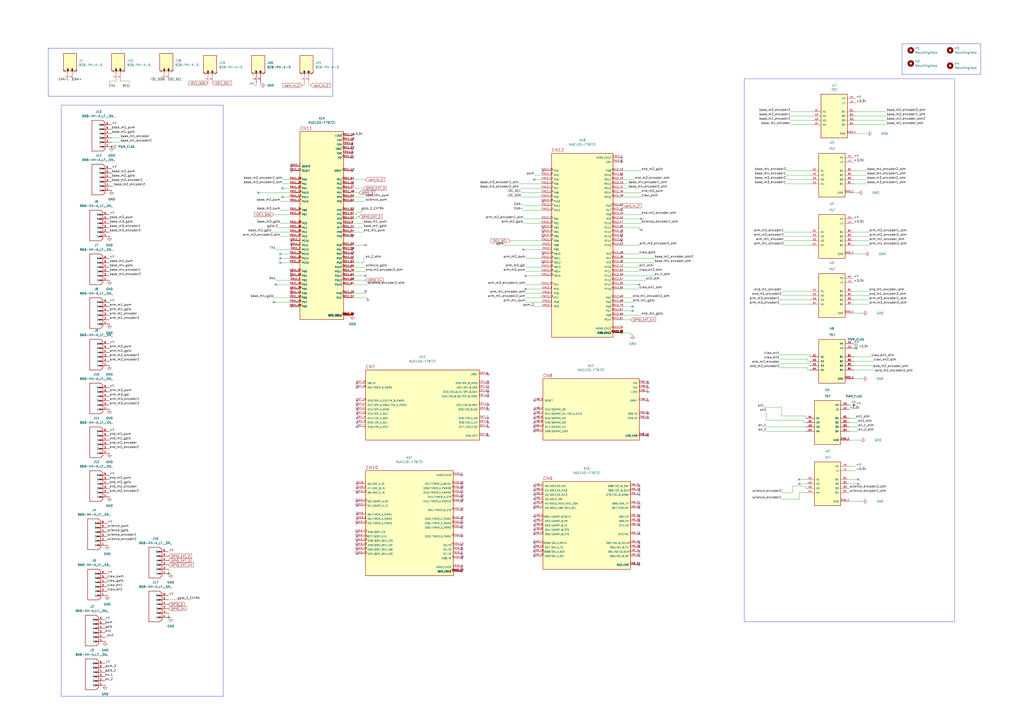
<source format=kicad_sch>
(kicad_sch (version 20250114) (generator "eeschema") (generator_version "9.0")
  (paper "A2")
  (lib_symbols
    (symbol "757:757" (pin_names (offset 1.016))
      (property "Reference" "U" (at -7.62 13.462 0))
      (property "Value" "757" (at -7.62 -15.24 0))
      (symbol "757_0_0"
        (pin passive line (at -12.7 2.54 0) (length 5.08) (name "A1") (number "A1"))
        (pin passive line (at -12.7 0 0) (length 5.08) (name "A2") (number "A2"))
        (pin passive line (at -12.7 -2.54 0) (length 5.08) (name "A3") (number "A3"))
        (pin passive line (at -12.7 -5.08 0) (length 5.08) (name "A4") (number "A4"))
        (pin power_in line (at 12.7 10.16 180) (length 5.08) (name "HV") (number "HV"))
        (pin power_in line (at 12.7 7.62 180) (length 5.08) (name "LV") (number "LV"))
        (pin passive line (at 12.7 2.54 180) (length 5.08) (name "B1") (number "B1"))
        (pin passive line (at 12.7 0 180) (length 5.08) (name "B2") (number "B2"))
        (pin passive line (at 12.7 -2.54 180) (length 5.08) (name "B3") (number "B3"))
        (pin passive line (at 12.7 -5.08 180) (length 5.08) (name "B4") (number "B4"))
        (pin power_in line (at 12.7 -10.16 180) (length 5.08) (name "GND") (number "GND_1"))
        (pin power_in line (at 12.7 -10.16 180) (length 5.08) (hide yes) (name "GND") (number "GND_2"))
      )
    )
    (symbol "B2B-PH-K-S:B2B-PH-K-S" (pin_names (offset 1.016))
      (property "Reference" "J" (at -5.58 5.08 0))
      (property "Value" "B2B-PH-K-S" (at -5.08 -5.08 0))
      (symbol "B2B-PH-K-S_0_0"
        (pin passive line (at -10.16 2.54 0) (length 5.08) (name "1") (number "1"))
        (pin passive line (at -10.16 0 0) (length 5.08) (name "2") (number "2"))
      )
    )
    (symbol "B6B-XH-A_LF__SN__1" (pin_names (offset 1.016))
      (property "Reference" "J" (at -2.54 8.89 0))
      (property "Value" "B6B-XH-A_LF__SN_" (at -2.54 -12.7 0))
      (symbol "B6B-XH-A_LF__SN__1_0_0"
        (pin passive line (at -7.62 5.08 0) (length 5.08) (name "1") (number "1"))
        (pin passive line (at -7.62 2.54 0) (length 5.08) (name "2") (number "2"))
        (pin passive line (at -7.62 0 0) (length 5.08) (name "3") (number "3"))
        (pin passive line (at -7.62 -2.54 0) (length 5.08) (name "4") (number "4"))
        (pin passive line (at -7.62 -5.08 0) (length 5.08) (name "5") (number "5"))
        (pin passive line (at -7.62 -7.62 0) (length 5.08) (name "6") (number "6"))
      )
    )
    (symbol "Mechanical:MountingHole" (pin_names (offset 1.016)) (in_bom no)
      (property "Reference" "H" (at 0 5.08 0))
      (property "Value" "MountingHole" (at 0 3.175 0))
    )
    (symbol "NUCLEO-F767ZI2:NUCLEO-F767ZI" (pin_names (offset 1.016))
      (property "Reference" "A" (at -12.7 57.15 0))
      (property "Value" "NUCLEO-F767ZI" (at -12.7 -57.15 0))
      (symbol "NUCLEO-F767ZI_1_0"
        (text "CN11" (at -12.7 54.102 0) (effects (font (size 1.778 1.778)) (justify left bottom)))
        (pin bidirectional line (at -17.78 33.02 0) (length 5.08) (name "BOOT0") (number "CN11_7"))
        (pin bidirectional line (at -17.78 30.48 0) (length 5.08) (name "RESET") (number "CN11_14"))
        (pin bidirectional line (at -17.78 25.4 0) (length 5.08) (name "PA0") (number "CN11_28"))
        (pin bidirectional line (at -17.78 22.86 0) (length 5.08) (name "PA1") (number "CN11_30"))
        (pin bidirectional line (at -17.78 20.32 0) (length 5.08) (name "PA4") (number "CN11_32"))
        (pin bidirectional line (at -17.78 17.78 0) (length 5.08) (name "PA13") (number "CN11_13"))
        (pin bidirectional line (at -17.78 15.24 0) (length 5.08) (name "PA14") (number "CN11_15"))
        (pin bidirectional line (at -17.78 12.7 0) (length 5.08) (name "PA15") (number "CN11_17"))
        (pin bidirectional line (at -17.78 7.62 0) (length 5.08) (name "PB0") (number "CN11_34"))
        (pin bidirectional line (at -17.78 5.08 0) (length 5.08) (name "PB7") (number "CN11_21"))
        (pin bidirectional line (at -17.78 0 0) (length 5.08) (name "PC0") (number "CN11_38"))
        (pin bidirectional line (at -17.78 -2.54 0) (length 5.08) (name "PC1") (number "CN11_36"))
        (pin bidirectional line (at -17.78 -5.08 0) (length 5.08) (name "PC2") (number "CN11_35"))
        (pin bidirectional line (at -17.78 -7.62 0) (length 5.08) (name "PC3") (number "CN11_37"))
        (pin bidirectional line (at -17.78 -10.16 0) (length 5.08) (name "PC10") (number "CN11_1"))
        (pin bidirectional line (at -17.78 -12.7 0) (length 5.08) (name "PC11") (number "CN11_2"))
        (pin bidirectional line (at -17.78 -15.24 0) (length 5.08) (name "PC12") (number "CN11_3"))
        (pin bidirectional line (at -17.78 -17.78 0) (length 5.08) (name "PC13") (number "CN11_23"))
        (pin bidirectional line (at -17.78 -20.32 0) (length 5.08) (name "PC14") (number "CN11_25"))
        (pin bidirectional line (at -17.78 -22.86 0) (length 5.08) (name "PC15") (number "CN11_27"))
        (pin bidirectional line (at -17.78 -27.94 0) (length 5.08) (name "PD0") (number "CN11_57"))
        (pin bidirectional line (at -17.78 -30.48 0) (length 5.08) (name "PD1") (number "CN11_55"))
        (pin bidirectional line (at -17.78 -33.02 0) (length 5.08) (name "PD2") (number "CN11_4"))
        (pin bidirectional line (at -17.78 -35.56 0) (length 5.08) (name "PD3") (number "CN11_40"))
        (pin bidirectional line (at -17.78 -38.1 0) (length 5.08) (name "PD4") (number "CN11_39"))
        (pin bidirectional line (at -17.78 -40.64 0) (length 5.08) (name "PD5") (number "CN11_41"))
        (pin bidirectional line (at -17.78 -43.18 0) (length 5.08) (name "PD6") (number "CN11_43"))
        (pin bidirectional line (at -17.78 -45.72 0) (length 5.08) (name "PD7") (number "CN11_45"))
        (pin bidirectional line (at -17.78 -48.26 0) (length 5.08) (name "PD9") (number "CN11_69"))
        (pin power_in line (at 17.78 50.8 180) (length 5.08) (name "+3V3") (number "CN11_16"))
        (pin power_in line (at 17.78 48.26 180) (length 5.08) (name "+5V") (number "CN11_18"))
        (pin power_in line (at 17.78 45.72 180) (length 5.08) (name "E5V") (number "CN11_6"))
        (pin power_in line (at 17.78 43.18 180) (length 5.08) (name "VBAT") (number "CN11_33"))
        (pin power_in line (at 17.78 40.64 180) (length 5.08) (name "VDD") (number "CN11_5"))
        (pin power_in line (at 17.78 38.1 180) (length 5.08) (name "VIN") (number "CN11_24"))
        (pin bidirectional line (at 17.78 30.48 180) (length 5.08) (name "IOREF") (number "CN11_12"))
        (pin bidirectional line (at 17.78 25.4 180) (length 5.08) (name "PE1") (number "CN11_61"))
        (pin bidirectional line (at 17.78 22.86 180) (length 5.08) (name "PE2") (number "CN11_46"))
        (pin bidirectional line (at 17.78 20.32 180) (length 5.08) (name "PE3") (number "CN11_47"))
        (pin bidirectional line (at 17.78 17.78 180) (length 5.08) (name "PE4") (number "CN11_48"))
        (pin bidirectional line (at 17.78 15.24 180) (length 5.08) (name "PE5") (number "CN11_50"))
        (pin bidirectional line (at 17.78 12.7 180) (length 5.08) (name "PE6") (number "CN11_62"))
        (pin bidirectional line (at 17.78 7.62 180) (length 5.08) (name "PF0") (number "CN11_53"))
        (pin bidirectional line (at 17.78 5.08 180) (length 5.08) (name "PF1") (number "CN11_51"))
        (pin bidirectional line (at 17.78 2.54 180) (length 5.08) (name "PF2") (number "CN11_52"))
        (pin bidirectional line (at 17.78 0 180) (length 5.08) (name "PF6") (number "CN11_9"))
        (pin bidirectional line (at 17.78 -2.54 180) (length 5.08) (name "PF7") (number "CN11_11"))
        (pin bidirectional line (at 17.78 -5.08 180) (length 5.08) (name "PF8") (number "CN11_54"))
        (pin bidirectional line (at 17.78 -7.62 180) (length 5.08) (name "PF9") (number "CN11_56"))
        (pin bidirectional line (at 17.78 -12.7 180) (length 5.08) (name "PG0") (number "CN11_59"))
        (pin bidirectional line (at 17.78 -15.24 180) (length 5.08) (name "PG1") (number "CN11_58"))
        (pin bidirectional line (at 17.78 -17.78 180) (length 5.08) (name "PG2") (number "CN11_42"))
        (pin bidirectional line (at 17.78 -20.32 180) (length 5.08) (name "PG3") (number "CN11_44"))
        (pin bidirectional line (at 17.78 -22.86 180) (length 5.08) (name "PG9") (number "CN11_63"))
        (pin bidirectional line (at 17.78 -25.4 180) (length 5.08) (name "PG10") (number "CN11_66"))
        (pin bidirectional line (at 17.78 -27.94 180) (length 5.08) (name "PG11") (number "CN11_70"))
        (pin bidirectional line (at 17.78 -30.48 180) (length 5.08) (name "PG12") (number "CN11_65"))
        (pin bidirectional line (at 17.78 -33.02 180) (length 5.08) (name "PG13") (number "CN11_68"))
        (pin bidirectional line (at 17.78 -35.56 180) (length 5.08) (name "PG15") (number "CN11_64"))
        (pin bidirectional line (at 17.78 -40.64 180) (length 5.08) (name "PH0") (number "CN11_29"))
        (pin bidirectional line (at 17.78 -43.18 180) (length 5.08) (name "PH1") (number "CN11_31"))
        (pin power_in line (at 17.78 -53.34 180) (length 5.08) (name "GND_CN11") (number "CN11_19"))
        (pin power_in line (at 17.78 -53.34 180) (length 5.08) (name "GND_CN11") (number "CN11_20"))
        (pin power_in line (at 17.78 -53.34 180) (length 5.08) (name "GND_CN11") (number "CN11_22"))
        (pin power_in line (at 17.78 -53.34 180) (length 5.08) (name "GND_CN11") (number "CN11_49"))
        (pin power_in line (at 17.78 -53.34 180) (length 5.08) (name "GND_CN11") (number "CN11_60"))
        (pin power_in line (at 17.78 -53.34 180) (length 5.08) (name "GND_CN11") (number "CN11_71"))
        (pin power_in line (at 17.78 -53.34 180) (length 5.08) (name "GND_CN11") (number "CN11_72"))
        (pin power_in line (at 17.78 -53.34 180) (length 5.08) (name "GND_CN11") (number "CN11_8"))
      )
      (symbol "NUCLEO-F767ZI_2_0"
        (text "CN12" (at -17.78 54.102 0) (effects (font (size 1.778 1.778)) (justify left bottom)))
        (pin bidirectional line (at -22.86 43.18 0) (length 5.08) (name "PA2") (number "CN12_35"))
        (pin bidirectional line (at -22.86 40.64 0) (length 5.08) (name "PA3") (number "CN12_37"))
        (pin bidirectional line (at -22.86 38.1 0) (length 5.08) (name "PA5") (number "CN12_11"))
        (pin bidirectional line (at -22.86 35.56 0) (length 5.08) (name "PA6") (number "CN12_13"))
        (pin bidirectional line (at -22.86 33.02 0) (length 5.08) (name "PA7") (number "CN12_15"))
        (pin bidirectional line (at -22.86 30.48 0) (length 5.08) (name "PA8") (number "CN12_23"))
        (pin bidirectional line (at -22.86 27.94 0) (length 5.08) (name "PA9") (number "CN12_21"))
        (pin bidirectional line (at -22.86 25.4 0) (length 5.08) (name "PA10") (number "CN12_33"))
        (pin bidirectional line (at -22.86 22.86 0) (length 5.08) (name "PA11") (number "CN12_14"))
        (pin bidirectional line (at -22.86 20.32 0) (length 5.08) (name "PA12") (number "CN12_12"))
        (pin bidirectional line (at -22.86 15.24 0) (length 5.08) (name "PB1") (number "CN12_24"))
        (pin bidirectional line (at -22.86 12.7 0) (length 5.08) (name "PB2") (number "CN12_22"))
        (pin bidirectional line (at -22.86 10.16 0) (length 5.08) (name "PB3") (number "CN12_31"))
        (pin bidirectional line (at -22.86 7.62 0) (length 5.08) (name "PB4") (number "CN12_27"))
        (pin bidirectional line (at -22.86 5.08 0) (length 5.08) (name "PB5") (number "CN12_29"))
        (pin bidirectional line (at -22.86 2.54 0) (length 5.08) (name "PB6") (number "CN12_17"))
        (pin bidirectional line (at -22.86 0 0) (length 5.08) (name "PB8") (number "CN12_3"))
        (pin bidirectional line (at -22.86 -2.54 0) (length 5.08) (name "PB9") (number "CN12_5"))
        (pin bidirectional line (at -22.86 -5.08 0) (length 5.08) (name "PB10") (number "CN12_25"))
        (pin bidirectional line (at -22.86 -7.62 0) (length 5.08) (name "PB11") (number "CN12_18"))
        (pin bidirectional line (at -22.86 -10.16 0) (length 5.08) (name "PB12") (number "CN12_16"))
        (pin bidirectional line (at -22.86 -12.7 0) (length 5.08) (name "PB13") (number "CN12_30"))
        (pin bidirectional line (at -22.86 -15.24 0) (length 5.08) (name "PB14") (number "CN12_28"))
        (pin bidirectional line (at -22.86 -17.78 0) (length 5.08) (name "PB15") (number "CN12_26"))
        (pin bidirectional line (at -22.86 -22.86 0) (length 5.08) (name "PC4") (number "CN12_34"))
        (pin bidirectional line (at -22.86 -25.4 0) (length 5.08) (name "PC5") (number "CN12_6"))
        (pin bidirectional line (at -22.86 -27.94 0) (length 5.08) (name "PC6") (number "CN12_4"))
        (pin bidirectional line (at -22.86 -30.48 0) (length 5.08) (name "PC7") (number "CN12_19"))
        (pin bidirectional line (at -22.86 -33.02 0) (length 5.08) (name "PC8") (number "CN12_2"))
        (pin bidirectional line (at -22.86 -35.56 0) (length 5.08) (name "PC9") (number "CN12_1"))
        (pin power_in line (at 22.86 50.8 180) (length 5.08) (name "AVDD_CN12") (number "CN12_7"))
        (pin power_in line (at 22.86 48.26 180) (length 5.08) (name "U5V") (number "CN12_8"))
        (pin bidirectional line (at 22.86 43.18 180) (length 5.08) (name "PD8") (number "CN12_10"))
        (pin bidirectional line (at 22.86 40.64 180) (length 5.08) (name "PD10") (number "CN12_65"))
        (pin bidirectional line (at 22.86 38.1 180) (length 5.08) (name "PD11") (number "CN12_45"))
        (pin bidirectional line (at 22.86 35.56 180) (length 5.08) (name "PD12") (number "CN12_43"))
        (pin bidirectional line (at 22.86 33.02 180) (length 5.08) (name "PD13") (number "CN12_41"))
        (pin bidirectional line (at 22.86 30.48 180) (length 5.08) (name "PD14") (number "CN12_46"))
        (pin bidirectional line (at 22.86 27.94 180) (length 5.08) (name "PD15") (number "CN12_48"))
        (pin bidirectional line (at 22.86 22.86 180) (length 5.08) (name "PE0") (number "CN12_64"))
        (pin bidirectional line (at 22.86 20.32 180) (length 5.08) (name "PE7") (number "CN12_44"))
        (pin bidirectional line (at 22.86 17.78 180) (length 5.08) (name "PE8") (number "CN12_40"))
        (pin bidirectional line (at 22.86 15.24 180) (length 5.08) (name "PE9") (number "CN12_52"))
        (pin bidirectional line (at 22.86 12.7 180) (length 5.08) (name "PE10") (number "CN12_47"))
        (pin bidirectional line (at 22.86 10.16 180) (length 5.08) (name "PE11") (number "CN12_56"))
        (pin bidirectional line (at 22.86 7.62 180) (length 5.08) (name "PE12") (number "CN12_49"))
        (pin bidirectional line (at 22.86 5.08 180) (length 5.08) (name "PE13") (number "CN12_55"))
        (pin bidirectional line (at 22.86 2.54 180) (length 5.08) (name "PE14") (number "CN12_51"))
        (pin bidirectional line (at 22.86 0 180) (length 5.08) (name "PE15") (number "CN12_53"))
        (pin bidirectional line (at 22.86 -5.08 180) (length 5.08) (name "PF3") (number "CN12_58"))
        (pin bidirectional line (at 22.86 -7.62 180) (length 5.08) (name "PF4") (number "CN12_38"))
        (pin bidirectional line (at 22.86 -10.16 180) (length 5.08) (name "PF5") (number "CN12_36"))
        (pin bidirectional line (at 22.86 -12.7 180) (length 5.08) (name "PF10") (number "CN12_42"))
        (pin bidirectional line (at 22.86 -15.24 180) (length 5.08) (name "PF11") (number "CN12_62"))
        (pin bidirectional line (at 22.86 -17.78 180) (length 5.08) (name "PF12") (number "CN12_59"))
        (pin bidirectional line (at 22.86 -20.32 180) (length 5.08) (name "PF13") (number "CN12_57"))
        (pin bidirectional line (at 22.86 -22.86 180) (length 5.08) (name "PF14") (number "CN12_50"))
        (pin bidirectional line (at 22.86 -25.4 180) (length 5.08) (name "PF15") (number "CN12_60"))
        (pin bidirectional line (at 22.86 -30.48 180) (length 5.08) (name "PG4") (number "CN12_69"))
        (pin bidirectional line (at 22.86 -33.02 180) (length 5.08) (name "PG5") (number "CN12_68"))
        (pin bidirectional line (at 22.86 -35.56 180) (length 5.08) (name "PG6") (number "CN12_70"))
        (pin bidirectional line (at 22.86 -38.1 180) (length 5.08) (name "PG7") (number "CN12_67"))
        (pin bidirectional line (at 22.86 -40.64 180) (length 5.08) (name "PG8") (number "CN12_66"))
        (pin bidirectional line (at 22.86 -43.18 180) (length 5.08) (name "PG14") (number "CN12_61"))
        (pin power_in line (at 22.86 -48.26 180) (length 5.08) (name "AGND_CN12") (number "CN12_32"))
        (pin power_in line (at 22.86 -50.8 180) (length 5.08) (name "GND_CN12") (number "CN12_20"))
        (pin power_in line (at 22.86 -50.8 180) (length 5.08) (name "GND_CN12") (number "CN12_39"))
        (pin power_in line (at 22.86 -50.8 180) (length 5.08) (name "GND_CN12") (number "CN12_54"))
        (pin power_in line (at 22.86 -50.8 180) (length 5.08) (name "GND_CN12") (number "CN12_63"))
        (pin power_in line (at 22.86 -50.8 180) (length 5.08) (name "GND_CN12") (number "CN12_71"))
        (pin power_in line (at 22.86 -50.8 180) (length 5.08) (name "GND_CN12") (number "CN12_72"))
        (pin power_in line (at 22.86 -50.8 180) (length 5.08) (name "GND_CN12") (number "CN12_9"))
      )
      (symbol "NUCLEO-F767ZI_3_0"
        (text "CN8" (at -27.94 18.542 0) (effects (font (size 1.778 1.778)) (justify left bottom)))
        (pin bidirectional line (at -33.02 5.08 0) (length 5.08) (name "RESET") (number "CN8_5"))
        (pin bidirectional line (at -33.02 0 0) (length 5.08) (name "D43/SDMMC_D0") (number "CN8_2"))
        (pin bidirectional line (at -33.02 -2.54 0) (length 5.08) (name "D44/SDMMC_D1/I2S_A_CKIN") (number "CN8_4"))
        (pin bidirectional line (at -33.02 -5.08 0) (length 5.08) (name "D45/SDMMC_D2") (number "CN8_6"))
        (pin bidirectional line (at -33.02 -7.62 0) (length 5.08) (name "D46/SDMMC_D3") (number "CN8_8"))
        (pin bidirectional line (at -33.02 -10.16 0) (length 5.08) (name "D47/SDMMC_CK") (number "CN8_10"))
        (pin bidirectional line (at -33.02 -12.7 0) (length 5.08) (name "D48/SDMMC_CMD") (number "CN8_12"))
        (pin power_in line (at 33.02 15.24 180) (length 5.08) (name "VIN") (number "CN8_15"))
        (pin power_in line (at 33.02 12.7 180) (length 5.08) (name "+5V") (number "CN8_9"))
        (pin power_in line (at 33.02 10.16 180) (length 5.08) (name "+3V3") (number "CN8_7"))
        (pin bidirectional line (at 33.02 5.08 180) (length 5.08) (name "IOREF") (number "CN8_3"))
        (pin bidirectional line (at 33.02 -2.54 180) (length 5.08) (name "D50/IO") (number "CN8_16"))
        (pin bidirectional line (at 33.02 -5.08 180) (length 5.08) (name "D49/IO") (number "CN8_14"))
        (pin power_in line (at 33.02 -15.24 180) (length 5.08) (name "GND_CN8") (number "CN8_11"))
        (pin power_in line (at 33.02 -15.24 180) (length 5.08) (name "GND_CN8") (number "CN8_13"))
      )
      (symbol "NUCLEO-F767ZI_4_0"
        (text "CN9" (at -25.4 26.162 0) (effects (font (size 1.778 1.778)) (justify left bottom)))
        (pin input line (at -30.48 22.86 0) (length 5.08) (name "A0/ADC123_IN3") (number "CN9_1"))
        (pin input line (at -30.48 20.32 0) (length 5.08) (name "A1/ADC123_IN10") (number "CN9_3"))
        (pin input line (at -30.48 17.78 0) (length 5.08) (name "A2/ADC123_IN13") (number "CN9_5"))
        (pin input line (at -30.48 15.24 0) (length 5.08) (name "A3/ADC3_IN9") (number "CN9_7"))
        (pin input line (at -30.48 12.7 0) (length 5.08) (name "A4/ADC3_IN15/I2C1_SDA") (number "CN9_9"))
        (pin input line (at -30.48 10.16 0) (length 5.08) (name "A5/ADC3_IN8/I2C1_SCL") (number "CN9_11"))
        (pin bidirectional clock (at -30.48 5.08 0) (length 5.08) (name "D51/USART_B_SCLK") (number "CN9_2"))
        (pin bidirectional line (at -30.48 2.54 0) (length 5.08) (name "D52/USART_B_RX") (number "CN9_4"))
        (pin bidirectional line (at -30.48 0 0) (length 5.08) (name "D53/USART_B_TX") (number "CN9_6"))
        (pin bidirectional line (at -30.48 -2.54 0) (length 5.08) (name "D54/USART_B_RTS") (number "CN9_8"))
        (pin bidirectional line (at -30.48 -5.08 0) (length 5.08) (name "D55/USART_B_CTS") (number "CN9_10"))
        (pin bidirectional clock (at -30.48 -10.16 0) (length 5.08) (name "D56/SAI_A_MCLK") (number "CN9_14"))
        (pin bidirectional line (at -30.48 -12.7 0) (length 5.08) (name "D57/SAI_A_FS") (number "CN9_16"))
        (pin bidirectional clock (at -30.48 -15.24 0) (length 5.08) (name "D58/SAI_A_SCK") (number "CN9_18"))
        (pin bidirectional line (at -30.48 -17.78 0) (length 5.08) (name "D59/SAI_A_SD") (number "CN9_20"))
        (pin bidirectional line (at 30.48 22.86 180) (length 5.08) (name "D68/I2C_B_SDA") (number "CN9_21"))
        (pin bidirectional clock (at 30.48 20.32 180) (length 5.08) (name "D69/I2C_B_SCL") (number "CN9_19"))
        (pin bidirectional line (at 30.48 17.78 180) (length 5.08) (name "D70/I2C_B_SMBA") (number "CN9_17"))
        (pin output line (at 30.48 12.7 180) (length 5.08) (name "D66/CAN_TX") (number "CN9_27"))
        (pin input line (at 30.48 10.16 180) (length 5.08) (name "D67/CAN_RX") (number "CN9_25"))
        (pin bidirectional line (at 30.48 5.08 180) (length 5.08) (name "D64/IO") (number "CN9_30"))
        (pin bidirectional line (at 30.48 2.54 180) (length 5.08) (name "D65/IO") (number "CN9_29"))
        (pin bidirectional line (at 30.48 0 180) (length 5.08) (name "D71/IO") (number "CN9_15"))
        (pin bidirectional line (at 30.48 -5.08 180) (length 5.08) (name "D72/NC") (number "CN9_13"))
        (pin bidirectional clock (at 30.48 -10.16 180) (length 5.08) (name "D62/SAI_B_MCLK") (number "CN9_26"))
        (pin bidirectional line (at 30.48 -12.7 180) (length 5.08) (name "D63/SAI_B_FS") (number "CN9_28"))
        (pin bidirectional clock (at 30.48 -15.24 180) (length 5.08) (name "D61/SAI_B_SCK") (number "CN9_24"))
        (pin bidirectional line (at 30.48 -17.78 180) (length 5.08) (name "D60/SAI_B_SD") (number "CN9_22"))
        (pin power_in line (at 30.48 -22.86 180) (length 5.08) (name "GND_CN9") (number "CN9_12"))
        (pin power_in line (at 30.48 -22.86 180) (length 5.08) (name "GND_CN9") (number "CN9_23"))
      )
      (symbol "NUCLEO-F767ZI_5_0"
        (text "CN7" (at -33.02 21.082 0) (effects (font (size 1.778 1.778)) (justify left bottom)))
        (pin bidirectional line (at -38.1 12.7 0) (length 5.08) (name "D8/IO") (number "CN7_20"))
        (pin bidirectional line (at -38.1 10.16 0) (length 5.08) (name "D9/TIMER_B_PWM2") (number "CN7_18"))
        (pin bidirectional line (at -38.1 2.54 0) (length 5.08) (name "D10/SPI_A_CS/TIM_B_PWM3") (number "CN7_16"))
        (pin bidirectional line (at -38.1 0 0) (length 5.08) (name "D11/SPI_A_MOSI/TIM_E_PWM1") (number "CN7_14"))
        (pin bidirectional line (at -38.1 -2.54 0) (length 5.08) (name "D12/SPI_A_MISO") (number "CN7_12"))
        (pin bidirectional line (at -38.1 -5.08 0) (length 5.08) (name "D13/SPI_A_SCK") (number "CN7_10"))
        (pin bidirectional line (at -38.1 -7.62 0) (length 5.08) (name "D14/I2C_A_SDA") (number "CN7_4"))
        (pin bidirectional line (at -38.1 -10.16 0) (length 5.08) (name "D15/I2C_A_SCL") (number "CN7_2"))
        (pin bidirectional line (at -38.1 -12.7 0) (length 5.08) (name "D16/I2S_A_MCK") (number "CN7_1"))
        (pin power_in line (at 38.1 17.78 180) (length 5.08) (name "AREF") (number "CN7_6"))
        (pin bidirectional line (at 38.1 12.7 180) (length 5.08) (name "D25/SPI_B_MISO") (number "CN7_19"))
        (pin bidirectional line (at 38.1 10.16 180) (length 5.08) (name "D24/SPI_B_NSS") (number "CN7_17"))
        (pin bidirectional line (at 38.1 7.62 180) (length 5.08) (name "D23/I2S_B_CK/SPI_B_SCK") (number "CN7_15"))
        (pin bidirectional line (at 38.1 5.08 180) (length 5.08) (name "D22/I2S_B_SD/SPI_B_MOSI") (number "CN7_13"))
        (pin bidirectional line (at 38.1 0 180) (length 5.08) (name "D21/I2S_B_MCK") (number "CN7_11"))
        (pin bidirectional line (at 38.1 -2.54 180) (length 5.08) (name "D20/I2S_B_WS") (number "CN7_9"))
        (pin bidirectional line (at 38.1 -7.62 180) (length 5.08) (name "D19/I2S_A_WS") (number "CN7_7"))
        (pin bidirectional line (at 38.1 -10.16 180) (length 5.08) (name "D18/I2S_A_CK") (number "CN7_5"))
        (pin bidirectional line (at 38.1 -12.7 180) (length 5.08) (name "D17/I2S_A_SD") (number "CN7_3"))
        (pin power_in line (at 38.1 -17.78 180) (length 5.08) (name "GND_CN7") (number "CN7_8"))
      )
      (symbol "NUCLEO-F767ZI_6_0"
        (text "CN10" (at -25.4 31.242 0) (effects (font (size 1.778 1.778)) (justify left bottom)))
        (pin input line (at -30.48 22.86 0) (length 5.08) (name "A6/ADC_A_IN") (number "CN10_7"))
        (pin input line (at -30.48 20.32 0) (length 5.08) (name "A7/ADC_B_IN") (number "CN10_9"))
        (pin input line (at -30.48 17.78 0) (length 5.08) (name "A8/ADC_C_IN") (number "CN10_11"))
        (pin input line (at -30.48 12.7 0) (length 5.08) (name "D0/USART_A_RX") (number "CN10_16"))
        (pin output line (at -30.48 10.16 0) (length 5.08) (name "D1/USART_A_TX") (number "CN10_14"))
        (pin bidirectional line (at -30.48 5.08 0) (length 5.08) (name "D6/TIMER_A_PWM1") (number "CN10_4"))
        (pin bidirectional line (at -30.48 2.54 0) (length 5.08) (name "D5/TIMER_A_PWM2") (number "CN10_6"))
        (pin bidirectional line (at -30.48 0 0) (length 5.08) (name "D3/TIMER_A_PWM3") (number "CN10_10"))
        (pin bidirectional line (at -30.48 -5.08 0) (length 5.08) (name "D26/QSPI_CS") (number "CN10_13"))
        (pin bidirectional clock (at -30.48 -7.62 0) (length 5.08) (name "D27/QSPI_CLK") (number "CN10_15"))
        (pin bidirectional line (at -30.48 -10.16 0) (length 5.08) (name "D28/QSPI_BK1_IO3") (number "CN10_19"))
        (pin bidirectional line (at -30.48 -12.7 0) (length 5.08) (name "D29/QSPI_BK1_IO1") (number "CN10_21"))
        (pin bidirectional line (at -30.48 -15.24 0) (length 5.08) (name "D30/QSPI_BK1_IO0") (number "CN10_23"))
        (pin bidirectional line (at -30.48 -17.78 0) (length 5.08) (name "D31/QSPI_BK1_IO2") (number "CN10_25"))
        (pin power_in line (at 30.48 27.94 180) (length 5.08) (name "AVDD_CN10") (number "CN10_1"))
        (pin bidirectional line (at 30.48 22.86 180) (length 5.08) (name "D37/TIMER_A_BKIN1") (number "CN10_30"))
        (pin bidirectional line (at 30.48 20.32 180) (length 5.08) (name "D39/TIMER_A_PWM3N") (number "CN10_26"))
        (pin bidirectional line (at 30.48 17.78 180) (length 5.08) (name "D40/TIMER_A_PWM2N") (number "CN10_24"))
        (pin bidirectional line (at 30.48 15.24 180) (length 5.08) (name "D41/TIMER_A_ETR") (number "CN10_20"))
        (pin bidirectional line (at 30.48 12.7 180) (length 5.08) (name "D42/TIMER_A_PWM1N") (number "CN10_18"))
        (pin bidirectional line (at 30.48 7.62 180) (length 5.08) (name "D34/TIMER_B_ETR") (number "CN10_33"))
        (pin bidirectional line (at 30.48 2.54 180) (length 5.08) (name "D32/TIMER_C_PWM1") (number "CN10_29"))
        (pin bidirectional line (at 30.48 0 180) (length 5.08) (name "D36/TIMER_C_PWM2") (number "CN10_32"))
        (pin bidirectional line (at 30.48 -2.54 180) (length 5.08) (name "D35/TIMER_C_PWM3") (number "CN10_34"))
        (pin bidirectional line (at 30.48 -7.62 180) (length 5.08) (name "D33/TIMER_D_PWM1") (number "CN10_31"))
        (pin bidirectional line (at 30.48 -12.7 180) (length 5.08) (name "D2/IO") (number "CN10_12"))
        (pin bidirectional line (at 30.48 -15.24 180) (length 5.08) (name "D4/IO") (number "CN10_8"))
        (pin bidirectional line (at 30.48 -17.78 180) (length 5.08) (name "D7/IO") (number "CN10_2"))
        (pin bidirectional line (at 30.48 -20.32 180) (length 5.08) (name "D38/IO") (number "CN10_28"))
        (pin power_in line (at 30.48 -25.4 180) (length 5.08) (name "AGND_CN10") (number "CN10_3"))
        (pin power_in line (at 30.48 -27.94 180) (length 5.08) (name "GND_CN10") (number "CN10_17"))
        (pin power_in line (at 30.48 -27.94 180) (length 5.08) (name "GND_CN10") (number "CN10_22"))
        (pin power_in line (at 30.48 -27.94 180) (length 5.08) (name "GND_CN10") (number "CN10_27"))
        (pin power_in line (at 30.48 -27.94 180) (length 5.08) (name "GND_CN10") (number "CN10_5"))
      )
    )
    (symbol "power:GND" (power) (pin_numbers (hide yes)) (pin_names (offset 0) (hide yes))
      (property "Value" "GND" (at 0 -3.81 0))
      (symbol "GND_1_1"
        (pin power_in line (at 0 0 270) (length 0) (name "~") (number "1"))
      )
    )
    (symbol "power:PWR_FLAG" (power) (pin_numbers (hide yes)) (pin_names (offset 0) (hide yes))
      (property "Value" "PWR_FLAG" (at 0 3.81 0))
      (symbol "PWR_FLAG_0_0"
        (pin power_out line (at 0 0 90) (length 0) (name "~") (number "1"))
      )
    )
  )
  (rectangle (start 35.56 60.96) (end 129.54 403.86))
  (rectangle (start 27.94 27.94) (end 193.04 55.88))
  (rectangle (start 431.8 45.72) (end 553.72 360.68))
  (rectangle (start 523.24 25.4) (end 568.96 43.18))
  (junction (at 64.77 85.09))
  (junction (at 495.3 234.95))
  (junction (at 496.57 201.93))
  (junction (at 360.68 193.04))
  (junction (at 97.79 358.14))
  (junction (at 97.79 332.74))
  (no_connect (at 204.47 121.92))
  (no_connect (at 207.01 242.57))
  (no_connect (at 283.21 237.49))
  (no_connect (at 283.21 222.25))
  (no_connect (at 314.96 132.08))
  (no_connect (at 267.97 288.29))
  (no_connect (at 267.97 303.53))
  (no_connect (at 207.01 308.61))
  (no_connect (at 309.88 232.41))
  (no_connect (at 168.91 99.06))
  (no_connect (at 375.92 242.57))
  (no_connect (at 370.84 284.48))
  (no_connect (at 168.91 142.24))
  (no_connect (at 168.91 167.64))
  (no_connect (at 309.88 104.14))
  (no_connect (at 372.11 133.35))
  (no_connect (at 375.92 232.41))
  (no_connect (at 309.88 292.1))
  (no_connect (at 207.01 247.65))
  (no_connect (at 370.84 327.66))
  (no_connect (at 207.01 311.15))
  (no_connect (at 162.56 149.86))
  (no_connect (at 204.47 81.28))
  (no_connect (at 303.53 144.78))
  (no_connect (at 212.09 142.24))
  (no_connect (at 267.97 300.99))
  (no_connect (at 267.97 306.07))
  (no_connect (at 267.97 280.67))
  (no_connect (at 149.86 111.76))
  (no_connect (at 375.92 227.33))
  (no_connect (at 370.84 314.96))
  (no_connect (at 283.21 247.65))
  (no_connect (at 207.01 240.03))
  (no_connect (at 207.01 298.45))
  (no_connect (at 370.84 317.5))
  (no_connect (at 207.01 245.11))
  (no_connect (at 207.01 321.31))
  (no_connect (at 283.21 229.87))
  (no_connect (at 314.96 137.16))
  (no_connect (at 204.47 144.78))
  (no_connect (at 314.96 134.62))
  (no_connect (at 360.68 134.62))
  (no_connect (at 212.09 160.02))
  (no_connect (at 309.88 314.96))
  (no_connect (at 370.84 287.02))
  (no_connect (at 207.01 224.79))
  (no_connect (at 370.84 302.26))
  (no_connect (at 207.01 280.67))
  (no_connect (at 207.01 318.77))
  (no_connect (at 309.88 242.57))
  (no_connect (at 360.68 121.92))
  (no_connect (at 309.88 281.94))
  (no_connect (at 212.09 168.91))
  (no_connect (at 370.84 320.04))
  (no_connect (at 375.92 252.73))
  (no_connect (at 309.88 294.64))
  (no_connect (at 497.84 280.67))
  (no_connect (at 375.92 240.03))
  (no_connect (at 204.47 147.32))
  (no_connect (at 283.21 234.95))
  (no_connect (at 204.47 86.36))
  (no_connect (at 207.01 234.95))
  (no_connect (at 204.47 149.86))
  (no_connect (at 309.88 284.48))
  (no_connect (at 267.97 323.85))
  (no_connect (at 267.97 283.21))
  (no_connect (at 375.92 224.79))
  (no_connect (at 163.83 109.22))
  (no_connect (at 360.68 139.7))
  (no_connect (at 309.88 250.19))
  (no_connect (at 207.01 293.37))
  (no_connect (at 204.47 99.06))
  (no_connect (at 314.96 147.32))
  (no_connect (at 370.84 292.1))
  (no_connect (at 370.84 165.1))
  (no_connect (at 314.96 152.4))
  (no_connect (at 162.56 152.4))
  (no_connect (at 207.01 290.83))
  (no_connect (at 207.01 237.49))
  (no_connect (at 360.68 101.6))
  (no_connect (at 370.84 281.94))
  (no_connect (at 168.91 139.7))
  (no_connect (at 204.47 83.82))
  (no_connect (at 168.91 96.52))
  (no_connect (at 497.84 278.13))
  (no_connect (at 213.36 173.99))
  (no_connect (at 283.21 224.79))
  (no_connect (at 267.97 295.91))
  (no_connect (at 360.68 93.98))
  (no_connect (at 267.97 331.47))
  (no_connect (at 158.75 175.26))
  (no_connect (at 267.97 318.77))
  (no_connect (at 204.47 88.9))
  (no_connect (at 168.91 170.18))
  (no_connect (at 309.88 302.26))
  (no_connect (at 309.88 289.56))
  (no_connect (at 304.8 167.64))
  (no_connect (at 207.01 316.23))
  (no_connect (at 204.47 91.44))
  (no_connect (at 267.97 321.31))
  (no_connect (at 309.88 287.02))
  (no_connect (at 168.91 160.02))
  (no_connect (at 309.88 247.65))
  (no_connect (at 463.55 278.13))
  (no_connect (at 283.21 245.11))
  (no_connect (at 360.68 137.16))
  (no_connect (at 283.21 227.33))
  (no_connect (at 267.97 311.15))
  (no_connect (at 370.84 299.72))
  (no_connect (at 314.96 116.84))
  (no_connect (at 207.01 313.69))
  (no_connect (at 204.47 137.16))
  (no_connect (at 309.88 322.58))
  (no_connect (at 375.92 222.25))
  (no_connect (at 314.96 99.06))
  (no_connect (at 309.88 299.72))
  (no_connect (at 207.01 283.21))
  (no_connect (at 309.88 304.8))
  (no_connect (at 267.97 316.23))
  (no_connect (at 370.84 309.88))
  (no_connect (at 463.55 280.67))
  (no_connect (at 267.97 290.83))
  (no_connect (at 360.68 91.44))
  (no_connect (at 304.8 160.02))
  (no_connect (at 207.01 303.53))
  (no_connect (at 367.03 177.8))
  (no_connect (at 207.01 285.75))
  (no_connect (at 372.11 127))
  (no_connect (at 283.21 252.73))
  (no_connect (at 370.84 304.8))
  (no_connect (at 168.91 157.48))
  (no_connect (at 283.21 217.17))
  (no_connect (at 162.56 147.32))
  (no_connect (at 367.03 180.34))
  (no_connect (at 267.97 275.59))
  (no_connect (at 168.91 177.8))
  (no_connect (at 309.88 309.88))
  (no_connect (at 207.01 222.25))
  (no_connect (at 370.84 322.58))
  (no_connect (at 267.97 328.93))
  (no_connect (at 204.47 106.68))
  (no_connect (at 309.88 307.34))
  (no_connect (at 207.01 232.41))
  (no_connect (at 309.88 320.04))
  (no_connect (at 207.01 300.99))
  (no_connect (at 267.97 285.75))
  (no_connect (at 160.02 165.1))
  (no_connect (at 309.88 240.03))
  (no_connect (at 163.83 114.3))
  (no_connect (at 370.84 294.64))
  (no_connect (at 309.88 317.5))
  (no_connect (at 283.21 242.57))
  (no_connect (at 309.88 237.49))
  (no_connect (at 309.88 245.11))
  (wire (pts (xy 309.88 101.6) (xy 314.96 101.6)))
  (wire (pts (xy 459.74 285.75) (xy 459.74 281.94)))
  (wire (pts (xy 360.68 129.54) (xy 372.11 129.54)))
  (wire (pts (xy 158.75 172.72) (xy 168.91 172.72)))
  (wire (pts (xy 495.3 147.32) (xy 501.65 147.32)))
  (wire (pts (xy 370.84 154.94) (xy 360.68 154.94)))
  (wire (pts (xy 162.56 152.4) (xy 168.91 152.4)))
  (wire (pts (xy 453.39 171.45) (xy 469.9 171.45)))
  (wire (pts (xy 367.03 194.31) (xy 365.76 194.31)))
  (wire (pts (xy 370.84 167.64) (xy 360.68 167.64)))
  (wire (pts (xy 66.04 107.95) (xy 64.77 107.95)))
  (wire (pts (xy 495.3 106.68) (xy 502.92 106.68)))
  (wire (pts (xy 495.3 142.24) (xy 504.19 142.24)))
  (wire (pts (xy 495.3 99.06) (xy 502.92 99.06)))
  (wire (pts (xy 360.68 142.24) (xy 370.84 142.24)))
  (wire (pts (xy 514.35 67.31) (xy 496.57 67.31)))
  (wire (pts (xy 162.56 137.16) (xy 168.91 137.16)))
  (wire (pts (xy 212.09 170.18) (xy 212.09 168.91)))
  (wire (pts (xy 365.76 193.04) (xy 360.68 193.04)))
  (wire (pts (xy 151.13 48.26) (xy 151.13 49.53)))
  (wire (pts (xy 360.68 185.42) (xy 365.76 185.42)))
  (wire (pts (xy 97.79 332.74) (xy 99.06 332.74)))
  (wire (pts (xy 495.3 181.61) (xy 500.38 181.61)))
  (wire (pts (xy 213.36 172.72) (xy 213.36 173.99)))
  (wire (pts (xy 204.47 154.94) (xy 212.09 154.94)))
  (wire (pts (xy 370.84 147.32) (xy 360.68 147.32)))
  (wire (pts (xy 466.09 245.11) (xy 466.09 243.84)))
  (wire (pts (xy 469.9 210.82) (xy 469.9 212.09)))
  (wire (pts (xy 360.68 162.56) (xy 374.65 162.56)))
  (wire (pts (xy 444.5 243.84) (xy 466.09 243.84)))
  (wire (pts (xy 463.55 278.13) (xy 467.36 278.13)))
  (wire (pts (xy 302.26 111.76) (xy 314.96 111.76)))
  (wire (pts (xy 514.35 64.77) (xy 496.57 64.77)))
  (wire (pts (xy 162.56 147.32) (xy 168.91 147.32)))
  (wire (pts (xy 180.34 49.53) (xy 179.07 49.53)))
  (wire (pts (xy 454.66 142.24) (xy 469.9 142.24)))
  (wire (pts (xy 444.5 238.76) (xy 444.5 243.84)))
  (wire (pts (xy 495.3 104.14) (xy 502.92 104.14)))
  (wire (pts (xy 97.79 330.2) (xy 97.79 332.74)))
  (wire (pts (xy 204.47 111.76) (xy 208.28 111.76)))
  (wire (pts (xy 303.53 127) (xy 314.96 127)))
  (wire (pts (xy 69.85 82.55) (xy 64.77 82.55)))
  (wire (pts (xy 162.56 116.84) (xy 168.91 116.84)))
  (wire (pts (xy 468.63 214.63) (xy 468.63 213.36)))
  (wire (pts (xy 176.53 49.53) (xy 176.53 48.26)))
  (wire (pts (xy 370.84 132.08) (xy 360.68 132.08)))
  (wire (pts (xy 463.55 285.75) (xy 467.36 285.75)))
  (wire (pts (xy 204.47 152.4) (xy 210.82 152.4)))
  (wire (pts (xy 163.83 106.68) (xy 168.91 106.68)))
  (wire (pts (xy 495.3 234.95) (xy 492.76 234.95)))
  (wire (pts (xy 495.3 209.55) (xy 506.73 209.55)))
  (wire (pts (xy 360.68 177.8) (xy 367.03 177.8)))
  (wire (pts (xy 163.83 104.14) (xy 168.91 104.14)))
  (wire (pts (xy 365.76 194.31) (xy 365.76 193.04)))
  (wire (pts (xy 303.53 119.38) (xy 314.96 119.38)))
  (wire (pts (xy 495.3 137.16) (xy 504.19 137.16)))
  (wire (pts (xy 453.39 289.56) (xy 463.55 289.56)))
  (wire (pts (xy 207.01 124.46) (xy 207.01 123.19)))
  (wire (pts (xy 372.11 124.46) (xy 360.68 124.46)))
  (wire (pts (xy 495.3 139.7) (xy 504.19 139.7)))
  (wire (pts (xy 204.47 162.56) (xy 212.09 162.56)))
  (wire (pts (xy 99.06 358.14) (xy 97.79 358.14)))
  (wire (pts (xy 303.53 121.92) (xy 314.96 121.92)))
  (wire (pts (xy 495.3 212.09) (xy 506.73 212.09)))
  (wire (pts (xy 157.48 134.62) (xy 168.91 134.62)))
  (wire (pts (xy 455.93 106.68) (xy 469.9 106.68)))
  (wire (pts (xy 149.86 111.76) (xy 168.91 111.76)))
  (wire (pts (xy 62.23 369.57) (xy 60.96 369.57)))
  (wire (pts (xy 360.68 160.02) (xy 379.73 160.02)))
  (wire (pts (xy 454.66 134.62) (xy 469.9 134.62)))
  (wire (pts (xy 360.68 104.14) (xy 368.3 104.14)))
  (wire (pts (xy 492.76 247.65) (xy 497.84 247.65)))
  (wire (pts (xy 444.5 247.65) (xy 467.36 247.65)))
  (wire (pts (xy 372.11 133.35) (xy 370.84 133.35)))
  (wire (pts (xy 204.47 114.3) (xy 212.09 114.3)))
  (wire (pts (xy 304.8 160.02) (xy 314.96 160.02)))
  (wire (pts (xy 514.35 72.39) (xy 496.57 72.39)))
  (wire (pts (xy 303.53 129.54) (xy 314.96 129.54)))
  (wire (pts (xy 204.47 129.54) (xy 210.82 129.54)))
  (wire (pts (xy 74.93 46.99) (xy 74.93 50.8)))
  (wire (pts (xy 495.3 214.63) (xy 508 214.63)))
  (wire (pts (xy 304.8 149.86) (xy 314.96 149.86)))
  (wire (pts (xy 360.68 190.5) (xy 360.68 193.04)))
  (wire (pts (xy 495.3 168.91) (xy 504.19 168.91)))
  (wire (pts (xy 69.85 80.01) (xy 64.77 80.01)))
  (wire (pts (xy 492.76 255.27) (xy 499.11 255.27)))
  (wire (pts (xy 497.84 201.93) (xy 496.57 201.93)))
  (wire (pts (xy 463.55 280.67) (xy 467.36 280.67)))
  (wire (pts (xy 204.47 142.24) (xy 212.09 142.24)))
  (wire (pts (xy 454.66 139.7) (xy 469.9 139.7)))
  (wire (pts (xy 207.01 125.73) (xy 208.28 125.73)))
  (wire (pts (xy 452.12 208.28) (xy 468.63 208.28)))
  (wire (pts (xy 467.36 241.3) (xy 467.36 242.57)))
  (wire (pts (xy 303.53 144.78) (xy 314.96 144.78)))
  (wire (pts (xy 204.47 132.08) (xy 210.82 132.08)))
  (wire (pts (xy 455.93 99.06) (xy 469.9 99.06)))
  (wire (pts (xy 514.35 69.85) (xy 496.57 69.85)))
  (wire (pts (xy 360.68 106.68) (xy 364.49 106.68)))
  (wire (pts (xy 454.66 137.16) (xy 469.9 137.16)))
  (wire (pts (xy 162.56 129.54) (xy 168.91 129.54)))
  (wire (pts (xy 469.9 209.55) (xy 468.63 209.55)))
  (wire (pts (xy 304.8 170.18) (xy 314.96 170.18)))
  (wire (pts (xy 204.47 170.18) (xy 212.09 170.18)))
  (wire (pts (xy 204.47 124.46) (xy 207.01 124.46)))
  (wire (pts (xy 372.11 182.88) (xy 360.68 182.88)))
  (wire (pts (xy 459.74 281.94) (xy 467.36 281.94)))
  (wire (pts (xy 492.76 250.19) (xy 497.84 250.19)))
  (wire (pts (xy 360.68 180.34) (xy 367.03 180.34)))
  (wire (pts (xy 204.47 104.14) (xy 212.09 104.14)))
  (wire (pts (xy 468.63 209.55) (xy 468.63 208.28)))
  (wire (pts (xy 496.57 234.95) (xy 495.3 234.95)))
  (wire (pts (xy 162.56 121.92) (xy 168.91 121.92)))
  (wire (pts (xy 492.76 245.11) (xy 497.84 245.11)))
  (wire (pts (xy 292.1 142.24) (xy 314.96 142.24)))
  (wire (pts (xy 304.8 157.48) (xy 314.96 157.48)))
  (wire (pts (xy 370.84 157.48) (xy 360.68 157.48)))
  (wire (pts (xy 492.76 273.05) (xy 496.57 273.05)))
  (wire (pts (xy 207.01 125.73) (xy 207.01 127)))
  (wire (pts (xy 158.75 124.46) (xy 168.91 124.46)))
  (wire (pts (xy 443.23 236.22) (xy 453.39 236.22)))
  (wire (pts (xy 370.84 133.35) (xy 370.84 132.08)))
  (wire (pts (xy 496.57 201.93) (xy 495.3 201.93)))
  (wire (pts (xy 97.79 355.6) (xy 97.79 358.14)))
  (wire (pts (xy 444.5 250.19) (xy 467.36 250.19)))
  (wire (pts (xy 495.3 171.45) (xy 504.19 171.45)))
  (wire (pts (xy 502.92 77.47) (xy 496.57 77.47)))
  (wire (pts (xy 309.88 177.8) (xy 314.96 177.8)))
  (wire (pts (xy 304.8 175.26) (xy 314.96 175.26)))
  (wire (pts (xy 295.91 139.7) (xy 314.96 139.7)))
  (wire (pts (xy 452.12 173.99) (xy 469.9 173.99)))
  (wire (pts (xy 467.36 281.94) (xy 467.36 283.21)))
  (wire (pts (xy 492.76 242.57) (xy 496.57 242.57)))
  (wire (pts (xy 506.73 212.09) (xy 506.73 213.36)))
  (wire (pts (xy 495.3 101.6) (xy 502.92 101.6)))
  (wire (pts (xy 160.02 162.56) (xy 168.91 162.56)))
  (wire (pts (xy 304.8 154.94) (xy 314.96 154.94)))
  (wire (pts (xy 458.47 69.85) (xy 471.17 69.85)))
  (wire (pts (xy 207.01 123.19) (xy 209.55 123.19)))
  (wire (pts (xy 175.26 49.53) (xy 176.53 49.53)))
  (wire (pts (xy 360.68 172.72) (xy 367.03 172.72)))
  (wire (pts (xy 67.31 46.99) (xy 63.5 46.99)))
  (wire (pts (xy 162.56 149.86) (xy 168.91 149.86)))
  (wire (pts (xy 492.76 280.67) (xy 497.84 280.67)))
  (wire (pts (xy 204.47 109.22) (xy 210.82 109.22)))
  (wire (pts (xy 158.75 175.26) (xy 168.91 175.26)))
  (wire (pts (xy 469.9 214.63) (xy 468.63 214.63)))
  (wire (pts (xy 204.47 157.48) (xy 212.09 157.48)))
  (wire (pts (xy 179.07 49.53) (xy 179.07 48.26)))
  (wire (pts (xy 148.59 49.53) (xy 147.32 49.53)))
  (wire (pts (xy 495.3 219.71) (xy 500.38 219.71)))
  (wire (pts (xy 160.02 165.1) (xy 168.91 165.1)))
  (wire (pts (xy 453.39 241.3) (xy 467.36 241.3)))
  (wire (pts (xy 372.11 99.06) (xy 360.68 99.06)))
  (wire (pts (xy 469.9 205.74) (xy 469.9 207.01)))
  (wire (pts (xy 209.55 123.19) (xy 209.55 121.92)))
  (wire (pts (xy 372.11 114.3) (xy 360.68 114.3)))
  (wire (pts (xy 163.83 109.22) (xy 168.91 109.22)))
  (wire (pts (xy 304.8 172.72) (xy 314.96 172.72)))
  (wire (pts (xy 453.39 168.91) (xy 469.9 168.91)))
  (wire (pts (xy 102.87 347.98) (xy 97.79 347.98)))
  (wire (pts (xy 468.63 213.36) (xy 452.12 213.36)))
  (wire (pts (xy 467.36 245.11) (xy 466.09 245.11)))
  (wire (pts (xy 302.26 114.3) (xy 314.96 114.3)))
  (wire (pts (xy 204.47 172.72) (xy 213.36 172.72)))
  (wire (pts (xy 204.47 134.62) (xy 210.82 134.62)))
  (wire (pts (xy 463.55 289.56) (xy 463.55 285.75)))
  (wire (pts (xy 458.47 67.31) (xy 471.17 67.31)))
  (wire (pts (xy 492.76 290.83) (xy 500.38 290.83)))
  (wire (pts (xy 63.5 46.99) (xy 63.5 50.8)))
  (wire (pts (xy 207.01 127) (xy 204.47 127)))
  (wire (pts (xy 304.8 167.64) (xy 314.96 167.64)))
  (wire (pts (xy 148.59 48.26) (xy 148.59 49.53)))
  (wire (pts (xy 455.93 104.14) (xy 469.9 104.14)))
  (wire (pts (xy 161.29 132.08) (xy 168.91 132.08)))
  (wire (pts (xy 309.88 104.14) (xy 314.96 104.14)))
  (wire (pts (xy 163.83 114.3) (xy 168.91 114.3)))
  (wire (pts (xy 210.82 149.86) (xy 210.82 152.4)))
  (wire (pts (xy 452.12 210.82) (xy 469.9 210.82)))
  (wire (pts (xy 495.3 176.53) (xy 504.19 176.53)))
  (wire (pts (xy 492.76 278.13) (xy 497.84 278.13)))
  (wire (pts (xy 452.12 176.53) (xy 469.9 176.53)))
  (wire (pts (xy 360.68 149.86) (xy 379.73 149.86)))
  (wire (pts (xy 69.85 46.99) (xy 74.93 46.99)))
  (wire (pts (xy 508 214.63) (xy 508 215.9)))
  (wire (pts (xy 160.02 144.78) (xy 168.91 144.78)))
  (wire (pts (xy 458.47 64.77) (xy 471.17 64.77)))
  (wire (pts (xy 304.8 165.1) (xy 314.96 165.1)))
  (wire (pts (xy 372.11 127) (xy 360.68 127)))
  (wire (pts (xy 453.39 236.22) (xy 453.39 241.3)))
  (wire (pts (xy 300.99 106.68) (xy 314.96 106.68)))
  (wire (pts (xy 492.76 270.51) (xy 496.57 270.51)))
  (wire (pts (xy 495.3 111.76) (xy 497.84 111.76)))
  (wire (pts (xy 495.3 207.01) (xy 505.46 207.01)))
  (wire (pts (xy 360.68 175.26) (xy 367.03 175.26)))
  (wire (pts (xy 204.47 165.1) (xy 213.36 165.1)))
  (wire (pts (xy 204.47 116.84) (xy 212.09 116.84)))
  (wire (pts (xy 495.3 173.99) (xy 504.19 173.99)))
  (wire (pts (xy 370.84 165.1) (xy 360.68 165.1)))
  (wire (pts (xy 300.99 109.22) (xy 314.96 109.22)))
  (wire (pts (xy 453.39 285.75) (xy 459.74 285.75)))
  (wire (pts (xy 495.3 134.62) (xy 504.19 134.62)))
  (wire (pts (xy 452.12 205.74) (xy 469.9 205.74)))
  (wire (pts (xy 360.68 152.4) (xy 379.73 152.4)))
  (wire (pts (xy 458.47 72.39) (xy 471.17 72.39)))
  (wire (pts (xy 360.68 109.22) (xy 364.49 109.22)))
  (wire (pts (xy 455.93 101.6) (xy 469.9 101.6)))
  (wire (pts (xy 204.47 160.02) (xy 212.09 160.02)))
  (wire (pts (xy 212.09 149.86) (xy 210.82 149.86)))
  (wire (pts (xy 372.11 111.76) (xy 360.68 111.76)))
  (label "end_m1_gpio" (at 63.5 255.27 0))
  (label "science_gpio" (at 62.23 308.61 0))
  (label "end_m1_gpio" (at 372.11 182.88 0))
  (label "claw_en1_stm" (at 370.84 167.64 0))
  (label "base_m2_encoder1" (at 64.77 105.41 0))
  (label "TX1" (at 63.5 50.8 0))
  (label "I2C_SDA" (at 95.25 46.99 180))
  (label "arm_m2_encoder2_stm" (at 162.56 137.16 180))
  (label "base_m4_pwm" (at 212.09 114.3 0))
  (label "en_2" (at 444.5 250.19 180))
  (label "+V" (at 63.5 275.59 0))
  (label "en2_stm" (at 497.84 245.11 0))
  (label "end_m1_encoder_stm" (at 372.11 124.46 0))
  (label "+V" (at 62.23 303.53 0))
  (label "base_m3_encoder2" (at 63.5 134.62 0))
  (label "+V" (at 495.3 127 0))
  (label "pwm" (at 60.96 361.95 0))
  (label "end_m2_encoder2_stm" (at 212.09 157.48 0))
  (label "en_2_stm" (at 497.84 250.19 0))
  (label "claw_pwm" (at 372.11 114.3 0))
  (label "+V" (at 63.5 250.19 0))
  (label "end_m2_pwm" (at 372.11 111.76 0))
  (label "base_m4_encoder2_stm" (at 364.49 109.22 0))
  (label "base_m4_encoder1_stm" (at 364.49 106.68 0))
  (label "end_m2_encoder" (at 63.5 283.21 0))
  (label "end_m2_pwm" (at 63.5 278.13 0))
  (label "base_m3_gpio" (at 162.56 129.54 180))
  (label "en1_stm" (at 370.84 154.94 0))
  (label "base_m2_encoder1_stm" (at 163.83 104.14 180))
  (label "end_m2_encoder2" (at 452.12 213.36 180))
  (label "science_encoder1_stm" (at 492.76 285.75 0))
  (label "science_pwm" (at 62.23 306.07 0))
  (label "+V" (at 495.3 91.44 0))
  (label "base_m4_encoder2_stm" (at 502.92 99.06 0))
  (label "base_m1_encoder_stm2" (at 379.73 149.86 0))
  (label "base_m4_gpio" (at 63.5 154.94 0))
  (label "end_m2_gpio" (at 372.11 99.06 0))
  (label "arm_m1_pwm" (at 304.8 175.26 180))
  (label "base_m4_encoder1" (at 455.93 101.6 180))
  (label "end_m2_encoder_stm" (at 368.3 104.14 0))
  (label "arm_m2_encoder1" (at 454.66 134.62 180))
  (label "gpio" (at 60.96 364.49 0))
  (label "arm_m3_pwm" (at 63.5 227.33 0))
  (label "science_encoder2" (at 453.39 285.75 180))
  (label "+V" (at 495.3 161.29 0))
  (label "arm_m1_encoder" (at 454.66 139.7 180))
  (label "+V" (at 495.3 199.39 0))
  (label "claw_en2" (at 452.12 208.28 180))
  (label "RX1" (at 74.93 50.8 180))
  (label "end_m1_encoder2_stm" (at 504.19 171.45 0))
  (label "science_pwm" (at 212.09 116.84 0))
  (label "base_m3_encoder2" (at 455.93 104.14 180))
  (label "claw_en2_stm" (at 370.84 157.48 0))
  (label "arm_m1_pwm" (at 63.5 177.8 0))
  (label "+V" (at 496.57 234.95 0))
  (label "arm_m3_encoder2_stm" (at 370.84 142.24 0))
  (label "RX1" (at 160.02 162.56 180))
  (label "CAN+" (at 303.53 121.92 180))
  (label "arm_m2_encoder1" (at 63.5 207.01 0))
  (label "base_m4_pwm" (at 63.5 152.4 0))
  (label "base_m3_pwm" (at 63.5 127 0))
  (label "base_m1_pwm" (at 64.77 74.93 0))
  (label "base_m1_encoder" (at 458.47 72.39 180))
  (label "base_m3_encoder1" (at 63.5 132.08 0))
  (label "arm_m3_gpi" (at 63.5 229.87 0))
  (label "+V" (at 496.57 270.51 0))
  (label "+V" (at 97.79 320.04 0))
  (label "arm_m2_encoder2" (at 63.5 209.55 0))
  (label "base_m3_encoder1_stm" (at 502.92 106.68 0))
  (label "end_m1_encoder2_stm" (at 367.03 172.72 0))
  (label "claw_en1" (at 452.12 205.74 180))
  (label "I2C_SCL" (at 302.26 111.76 180))
  (label "base_m2_gpio" (at 64.77 102.87 0))
  (label "arm_m1_encoder2" (at 63.5 185.42 0))
  (label "+V" (at 63.5 199.39 0))
  (label "en1" (at 60.96 367.03 0))
  (label "science_encoder2" (at 62.23 313.69 0))
  (label "arm_m3_encoder2_stm" (at 504.19 176.53 0))
  (label "en_2" (at 60.96 394.97 0))
  (label "end_m1_encoder_stm" (at 504.19 168.91 0))
  (label "en_1" (at 444.5 247.65 180))
  (label "en2" (at 444.5 238.76 180))
  (label "base_m1_encoder_stm2" (at 514.35 69.85 0))
  (label "+3.3V" (at 492.76 237.49 0))
  (label "claw_pwm" (at 62.23 335.28 0))
  (label "base_m2_gpio" (at 157.48 134.62 180))
  (label "base_m3_encoder1" (at 455.93 106.68 180))
  (label "arm_m3_encoder2" (at 63.5 234.95 0))
  (label "claw_en2_stm" (at 506.73 209.55 0))
  (label "+V" (at 63.5 124.46 0))
  (label "base_m1_gpio" (at 64.77 77.47 0))
  (label "arm_m3_encoder2" (at 452.12 176.53 180))
  (label "end_m1_encoder" (at 63.5 257.81 0))
  (label "arm_m1_encoder" (at 63.5 182.88 0))
  (label "en_1" (at 60.96 392.43 0))
  (label "arm_m2_gpio" (at 63.5 204.47 0))
  (label "+V" (at 60.96 384.81 0))
  (label "en2_stm" (at 374.65 162.56 0))
  (label "CAN-" (at 303.53 119.38 180))
  (label "+V" (at 496.57 57.15 0))
  (label "arm_m2_pwm" (at 63.5 201.93 0))
  (label "base_m3_pwm" (at 162.56 121.92 180))
  (label "+3.3V" (at 497.84 201.93 0))
  (label "base_m1_encoder2" (at 458.47 69.85 180))
  (label "base_m4_encoder2" (at 455.93 99.06 180))
  (label "base_m3_encoder2_stm" (at 502.92 104.14 0))
  (label "arm_m2_gpio" (at 303.53 129.54 180))
  (label "base_m3_encoder2_stm" (at 300.99 109.22 180))
  (label "base_m1_encoder2" (at 69.85 82.55 0))
  (label "arm_m1_encoder2_stm" (at 504.19 142.24 0))
  (label "base_m1_encoder_stm" (at 379.73 152.4 0))
  (label "end_m1_encoder2" (at 63.5 260.35 0))
  (label "base_m2_encoder2" (at 458.47 64.77 180))
  (label "base_m1_encoder" (at 69.85 80.01 0))
  (label "arm_m3_encoder1_stm" (at 304.8 165.1 180))
  (label "arm_m1_gpio" (at 63.5 180.34 0))
  (label "base_m2_encoder2_stm" (at 514.35 64.77 0))
  (label "en_1_stm" (at 379.73 160.02 0))
  (label "arm_m2_encoder2_stm" (at 504.19 137.16 0))
  (label "en_2_stm" (at 212.09 149.86 0))
  (label "arm_m1_encoder_stm" (at 304.8 170.18 180))
  (label "gpio" (at 292.1 142.24 180))
  (label "+V" (at 147.32 49.53 180))
  (label "base_m2_pwm" (at 162.56 116.84 180))
  (label "arm_m3_pwm" (at 304.8 157.48 180))
  (label "gpio_2_EXTRA" (at 209.55 121.92 0))
  (label "end_m2_encoder2_stm" (at 508 215.9 0))
  (label "arm_m2_encoder1_stm" (at 303.53 127 180))
  (label "+3.3V" (at 496.57 59.69 0))
  (label "+3.3V" (at 495.3 93.98 0))
  (label "arm_m2_pwm" (at 304.8 149.86 180))
  (label "CAN-" (at 39.37 46.99 180))
  (label "arm_m3_encoder1" (at 63.5 232.41 0))
  (label "gpio_2" (at 60.96 389.89 0))
  (label "en_1_stm" (at 497.84 247.65 0))
  (label "end_m2_encoder_stm" (at 506.73 213.36 0))
  (label "base_m3_gpio" (at 63.5 129.54 0))
  (label "base_m4_encoder1_stm" (at 502.92 101.6 0))
  (label "end_m2_gpio" (at 63.5 280.67 0))
  (label "en1" (at 443.23 236.22 180))
  (label "en1_stm" (at 496.57 242.57 0))
  (label "+3.3V" (at 204.47 78.74 0))
  (label "I2C_SDA" (at 302.26 114.3 180))
  (label "arm_m3_encoder1" (at 452.12 173.99 180))
  (label "+V" (at 62.23 332.74 0))
  (label "base_m2_pwm" (at 64.77 100.33 0))
  (label "base_m4_gpio" (at 158.75 172.72 180))
  (label "science_encoder2_stm" (at 492.76 283.21 0))
  (label "claw_gpio" (at 370.84 147.32 0))
  (label "arm_m3_encoder1_stm" (at 504.19 173.99 0))
  (label "base_m2_encoder2" (at 66.04 107.95 0))
  (label "end_m2_encoder" (at 452.12 210.82 180))
  (label "TX1" (at 160.02 144.78 180))
  (label "claw_en2" (at 62.23 342.9 0))
  (label "science_encoder1" (at 453.39 289.56 180))
  (label "base_m4_encoder2" (at 63.5 160.02 0))
  (label "arm_m3_gpi" (at 304.8 154.94 180))
  (label "pwm_2" (at 309.88 177.8 180))
  (label "end_m1_encoder" (at 453.39 168.91 180))
  (label "arm_m1_encoder2_stm" (at 304.8 172.72 180))
  (label "end_m1_pwm" (at 63.5 252.73 0))
  (label "+V" (at 64.77 97.79 0))
  (label "base_m2_encoder1_stm" (at 514.35 67.31 0))
  (label "science_encoder1" (at 62.23 311.15 0))
  (label "base_m3_encoder1_stm" (at 300.99 106.68 180))
  (label "pwm_2" (at 60.96 387.35 0))
  (label "base_m1_pwm" (at 210.82 129.54 0))
  (label "+V" (at 63.5 175.26 0))
  (label "arm_m1_encoder2" (at 454.66 142.24 180))
  (label "base_m2_encoder2_stm" (at 163.83 106.68 180))
  (label "science_gpio" (at 212.09 154.94 0))
  (label "en2" (at 62.23 369.57 0))
  (label "end_m2_encoder2" (at 63.5 285.75 0))
  (label "I2C_SCL" (at 97.79 46.99 0))
  (label "+V" (at 63.5 149.86 0))
  (label "+3.3V" (at 495.3 163.83 0))
  (label "+V" (at 60.96 359.41 0))
  (label "claw_en1_stm" (at 505.46 207.01 0))
  (label "base_m2_encoder1" (at 458.47 67.31 180))
  (label "+V" (at 97.79 345.44 0))
  (label "end_m1_pwm" (at 210.82 134.62 0))
  (label "+3.3V" (at 496.57 273.05 0))
  (label "arm_m2_encoder1_stm" (at 504.19 134.62 0))
  (label "base_m4_encoder1" (at 63.5 157.48 0))
  (label "+V" (at 64.77 72.39 0))
  (label "base_m1_gpio" (at 210.82 132.08 0))
  (label "arm_m1_encoder_stm" (at 504.19 139.7 0))
  (label "science_encoder2_stm" (at 213.36 165.1 0))
  (label "end_m1_encoder2" (at 453.39 171.45 180))
  (label "arm_m2_encoder2" (at 454.66 137.16 180))
  (label "base_m1_encoder_stm" (at 514.35 72.39 0))
  (label "+3.3V" (at 495.3 129.54 0))
  (label "gpio_2_EXTRA" (at 102.87 347.98 0))
  (label "claw_gpio" (at 62.23 337.82 0))
  (label "science_encoder1_stm" (at 372.11 129.54 0))
  (label "CAN+" (at 41.91 46.99 0))
  (label "arm_m1_gpio" (at 367.03 175.26 0))
  (label "+V" (at 63.5 224.79 0))
  (label "gpio_2" (at 161.29 132.08 180))
  (label "pwm" (at 309.88 101.6 180))
  (label "claw_en1" (at 62.23 340.36 0))
  (global_label "GPIO_EXT_2" (shape input) (at 97.79 322.58 0) (property "Intersheetrefs" "${INTERSHEET_REFS}" (effects (hide yes))))
  (global_label "uart_rx_2" (shape input) (at 175.26 49.53 180) (property "Intersheetrefs" "${INTERSHEET_REFS}" (effects (hide yes))))
  (global_label "uart_tx_2" (shape input) (at 180.34 49.53 0) (property "Intersheetrefs" "${INTERSHEET_REFS}" (effects (hide yes))))
  (global_label "GPIO_EXT_2" (shape input) (at 208.28 125.73 0) (property "Intersheetrefs" "${INTERSHEET_REFS}" (effects (hide yes))))
  (global_label "GPIO_3" (shape input) (at 97.79 350.52 0) (property "Intersheetrefs" "${INTERSHEET_REFS}" (effects (hide yes))))
  (global_label "uart_tx_2" (shape input) (at 212.09 104.14 0) (property "Intersheetrefs" "${INTERSHEET_REFS}" (effects (hide yes))))
  (global_label "GPIO_14" (shape input) (at 97.79 353.06 0) (property "Intersheetrefs" "${INTERSHEET_REFS}" (effects (hide yes))))
  (global_label "I2C1_SCL" (shape input) (at 123.19 48.26 0) (property "Intersheetrefs" "${INTERSHEET_REFS}" (effects (hide yes))))
  (global_label "I2C1_SDA" (shape input) (at 120.65 48.26 180) (property "Intersheetrefs" "${INTERSHEET_REFS}" (effects (hide yes))))
  (global_label "GPIO_3" (shape input) (at 208.28 111.76 0) (property "Intersheetrefs" "${INTERSHEET_REFS}" (effects (hide yes))))
  (global_label "GPIO_EXT_3" (shape input) (at 210.82 109.22 0) (property "Intersheetrefs" "${INTERSHEET_REFS}" (effects (hide yes))))
  (global_label "uart_rx_2" (shape input) (at 360.68 119.38 0) (property "Intersheetrefs" "${INTERSHEET_REFS}" (effects (hide yes))))
  (global_label "I2C1_SDA" (shape input) (at 158.75 124.46 180) (property "Intersheetrefs" "${INTERSHEET_REFS}" (effects (hide yes))))
  (global_label "GPIO_14" (shape input) (at 212.09 162.56 0) (property "Intersheetrefs" "${INTERSHEET_REFS}" (effects (hide yes))))
  (global_label "GPIO_EXT_14" (shape input) (at 365.76 185.42 0) (property "Intersheetrefs" "${INTERSHEET_REFS}" (effects (hide yes))))
  (global_label "GPIO_EXT_3" (shape input) (at 97.79 325.12 0) (property "Intersheetrefs" "${INTERSHEET_REFS}" (effects (hide yes))))
  (global_label "I2C1_SCL" (shape input) (at 295.91 139.7 180) (property "Intersheetrefs" "${INTERSHEET_REFS}" (effects (hide yes))))
  (global_label "GPIO_EXT_14" (shape input) (at 97.79 327.66 0) (property "Intersheetrefs" "${INTERSHEET_REFS}" (effects (hide yes))))
  (symbol (lib_id "power:GND") (at 62.23 316.23 0) (unit 1)
    (property "Reference" "#PWR03" (effects (hide yes)))
    (property "Value" "GND" (at 62.23 321.31 0))
    (property "Description" "Power symbol creates a global label with name \"GND\" , ground" (effects (hide yes)))
  )
  (symbol (lib_id "757:757") (at 483.87 67.31 0) (unit 1)
    (property "Reference" "U7" (at 483.87 49.53 0))
    (property "Value" "757" (at 483.87 52.07 0))
    (property "Footprint" "757:MODULE_757" (effects (hide yes)))
    (property "MF" "Adafruit" (effects (hide yes)))
    (property "Description_1" "4-channel I2C-safe Bi-directional Logic Level Converter - BSS138" (effects (hide yes)))
    (property "Package" "None" (effects (hide yes)))
    (property "Price" "None" (effects (hide yes)))
    (property "Check_prices" "https://www.snapeda.com/parts/757/Adafruit+Industries/view-part/?ref=eda" (effects (hide yes)))
    (property "STANDARD" "Manufacturer Recommendations" (effects (hide yes)))
    (property "PARTREV" "N/A" (effects (hide yes)))
    (property "SnapEDA_Link" "https://www.snapeda.com/parts/757/Adafruit+Industries/view-part/?ref=snap" (effects (hide yes)))
    (property "MP" "757" (effects (hide yes)))
    (property "Purchase-URL" "https://www.snapeda.com/api/url_track_click_mouser/?unipart_id=4221655&manufacturer=Adafruit&part_name=757&search_term=None" (effects (hide yes)))
    (property "Availability" "In Stock" (effects (hide yes)))
    (property "MANUFACTURER" "Adafruit" (effects (hide yes)))
  )
  (symbol (lib_id "power:GND") (at 63.5 237.49 0) (unit 1)
    (property "Reference" "#PWR09" (effects (hide yes)))
    (property "Value" "GND" (at 63.5 242.57 0))
    (property "Description" "Power symbol creates a global label with name \"GND\" , ground" (effects (hide yes)))
  )
  (symbol (lib_id "power:GND") (at 64.77 110.49 0) (unit 1)
    (property "Reference" "#PWR013" (effects (hide yes)))
    (property "Value" "GND" (at 64.77 115.57 0))
    (property "Description" "Power symbol creates a global label with name \"GND\" , ground" (effects (hide yes)))
  )
  (symbol (lib_id "power:GND") (at 63.5 212.09 0) (unit 1)
    (property "Reference" "#PWR08" (effects (hide yes)))
    (property "Value" "GND" (at 63.5 217.17 0))
    (property "Description" "Power symbol creates a global label with name \"GND\" , ground" (effects (hide yes)))
  )
  (symbol (lib_id "power:GND") (at 60.96 372.11 0) (unit 1)
    (property "Reference" "#PWR01" (effects (hide yes)))
    (property "Value" "GND" (at 60.96 377.19 0))
    (property "Description" "Power symbol creates a global label with name \"GND\" , ground" (effects (hide yes)))
  )
  (symbol (lib_id "power:GND") (at 501.65 147.32 90) (unit 1)
    (property "Reference" "#PWR024" (effects (hide yes)))
    (property "Value" "GND" (at 509.778 147.32 90) (effects (justify right)))
    (property "Description" "Power symbol creates a global label with name \"GND\" , ground" (effects (hide yes)))
  )
  (symbol (lib_id "757:757") (at 482.6 137.16 0) (unit 1)
    (property "Reference" "U4" (at 482.6 118.11 0))
    (property "Value" "757" (at 482.6 121.92 0))
    (property "Footprint" "757:MODULE_757" (effects (hide yes)))
    (property "MF" "Adafruit" (effects (hide yes)))
    (property "Description_1" "4-channel I2C-safe Bi-directional Logic Level Converter - BSS138" (effects (hide yes)))
    (property "Package" "None" (effects (hide yes)))
    (property "Price" "None" (effects (hide yes)))
    (property "Check_prices" "https://www.snapeda.com/parts/757/Adafruit+Industries/view-part/?ref=eda" (effects (hide yes)))
    (property "STANDARD" "Manufacturer Recommendations" (effects (hide yes)))
    (property "PARTREV" "N/A" (effects (hide yes)))
    (property "SnapEDA_Link" "https://www.snapeda.com/parts/757/Adafruit+Industries/view-part/?ref=snap" (effects (hide yes)))
    (property "MP" "757" (effects (hide yes)))
    (property "Purchase-URL" "https://www.snapeda.com/api/url_track_click_mouser/?unipart_id=4221655&manufacturer=Adafruit&part_name=757&search_term=None" (effects (hide yes)))
    (property "Availability" "In Stock" (effects (hide yes)))
    (property "MANUFACTURER" "Adafruit" (effects (hide yes)))
  )
  (symbol (lib_id "power:GND") (at 500.38 219.71 90) (unit 1)
    (property "Reference" "#PWR022" (effects (hide yes)))
    (property "Value" "GND" (at 508.508 219.71 90) (effects (justify right)))
    (property "Description" "Power symbol creates a global label with name \"GND\" , ground" (effects (hide yes)))
  )
  (symbol (lib_id "757:757") (at 482.6 209.55 0) (unit 1)
    (property "Reference" "U6" (at 482.6 190.5 0))
    (property "Value" "757" (at 482.6 194.31 0))
    (property "Footprint" "757:MODULE_757" (effects (hide yes)))
    (property "MF" "Adafruit" (effects (hide yes)))
    (property "Description_1" "4-channel I2C-safe Bi-directional Logic Level Converter - BSS138" (effects (hide yes)))
    (property "Package" "None" (effects (hide yes)))
    (property "Price" "None" (effects (hide yes)))
    (property "Check_prices" "https://www.snapeda.com/parts/757/Adafruit+Industries/view-part/?ref=eda" (effects (hide yes)))
    (property "STANDARD" "Manufacturer Recommendations" (effects (hide yes)))
    (property "PARTREV" "N/A" (effects (hide yes)))
    (property "SnapEDA_Link" "https://www.snapeda.com/parts/757/Adafruit+Industries/view-part/?ref=snap" (effects (hide yes)))
    (property "MP" "757" (effects (hide yes)))
    (property "Purchase-URL" "https://www.snapeda.com/api/url_track_click_mouser/?unipart_id=4221655&manufacturer=Adafruit&part_name=757&search_term=None" (effects (hide yes)))
    (property "Availability" "In Stock" (effects (hide yes)))
    (property "MANUFACTURER" "Adafruit" (effects (hide yes)))
  )
  (symbol (lib_name "B6B-XH-A_LF__SN__1") (lib_id "B6B-XH-A_LF__SN_:B6B-XH-A_LF__SN_") (at 53.34 367.03 180) (unit 1)
    (property "Reference" "J2" (at 53.34 351.79 0))
    (property "Value" "B6B-XH-A_LF__SN_" (at 53.34 354.33 0))
    (property "Footprint" "B6B-XH-A_LF__SN_:JST_B6B-XH-A_LF__SN_" (effects (hide yes)))
    (property "MF" "JST Sales America Inc." (effects (hide yes)))
    (property "MAXIMUM_PACKAGE_HEIGHT" "7.00 mm" (effects (hide yes)))
    (property "Package" "None" (effects (hide yes)))
    (property "Price" "None" (effects (hide yes)))
    (property "Check_prices" "https://www.snapeda.com/parts/B6B-XH-A(LF)(SN)/JST/view-part/?ref=eda" (effects (hide yes)))
    (property "STANDARD" "Manufacturer Recommendations" (effects (hide yes)))
    (property "PARTREV" "7/4/21" (effects (hide yes)))
    (property "SnapEDA_Link" "https://www.snapeda.com/parts/B6B-XH-A(LF)(SN)/JST/view-part/?ref=snap" (effects (hide yes)))
    (property "MP" "B6B-XH-A(LF)(SN)" (effects (hide yes)))
    (property "Description_1" "Connector Header Through Hole 6 position 0.098 (2.50mm)" (effects (hide yes)))
    (property "Availability" "In Stock" (effects (hide yes)))
    (property "MANUFACTURER" "JST" (effects (hide yes)))
  )
  (symbol (lib_name "B6B-XH-A_LF__SN__1") (lib_id "B6B-XH-A_LF__SN_:B6B-XH-A_LF__SN_") (at 57.15 105.41 180) (unit 1)
    (property "Reference" "J14" (at 57.15 90.17 0))
    (property "Value" "B6B-XH-A_LF__SN_" (at 57.15 92.71 0))
    (property "Footprint" "B6B-XH-A_LF__SN_:JST_B6B-XH-A_LF__SN_" (effects (hide yes)))
    (property "MF" "JST Sales America Inc." (effects (hide yes)))
    (property "MAXIMUM_PACKAGE_HEIGHT" "7.00 mm" (effects (hide yes)))
    (property "Package" "None" (effects (hide yes)))
    (property "Price" "None" (effects (hide yes)))
    (property "Check_prices" "https://www.snapeda.com/parts/B6B-XH-A(LF)(SN)/JST/view-part/?ref=eda" (effects (hide yes)))
    (property "STANDARD" "Manufacturer Recommendations" (effects (hide yes)))
    (property "PARTREV" "7/4/21" (effects (hide yes)))
    (property "SnapEDA_Link" "https://www.snapeda.com/parts/B6B-XH-A(LF)(SN)/JST/view-part/?ref=snap" (effects (hide yes)))
    (property "MP" "B6B-XH-A(LF)(SN)" (effects (hide yes)))
    (property "Description_1" "Connector Header Through Hole 6 position 0.098 (2.50mm)" (effects (hide yes)))
    (property "Availability" "In Stock" (effects (hide yes)))
    (property "MANUFACTURER" "JST" (effects (hide yes)))
  )
  (symbol (lib_id "NUCLEO-F767ZI2:NUCLEO-F767ZI") (at 186.69 129.54 0) (unit 1)
    (property "Reference" "A1" (at 186.69 68.58 0))
    (property "Value" "NUCLEO-F767ZI" (at 186.69 71.12 0))
    (property "Footprint" "NUCLEO-F767ZI (1):ST_NUCLEO-F767ZI" (effects (hide yes)))
    (property "MF" "STMicroelectronics" (effects (hide yes)))
    (property "MAXIMUM_PACKAGE_HEIGHT" "N/A" (effects (hide yes)))
    (property "Package" "None" (effects (hide yes)))
    (property "Price" "None" (effects (hide yes)))
    (property "Check_prices" "https://www.snapeda.com/parts/NUCLEO-F767ZI/STMicroelectronics/view-part/?ref=eda" (effects (hide yes)))
    (property "STANDARD" "Manufacturer Recommendations" (effects (hide yes)))
    (property "PARTREV" "7" (effects (hide yes)))
    (property "SnapEDA_Link" "https://www.snapeda.com/parts/NUCLEO-F767ZI/STMicroelectronics/view-part/?ref=snap" (effects (hide yes)))
    (property "MP" "NUCLEO-F767ZI" (effects (hide yes)))
    (property "Description_1" "STM32F767, mbed-Enabled Development Nucleo-144 STM32F7 ARM® Cortex®-M7 MCU 32-Bit Embedded Evaluation Board" (effects (hide yes)))
    (property "Availability" "In Stock" (effects (hide yes)))
    (property "MANUFACTURER" "STMicroelectronics" (effects (hide yes)))
  )
  (symbol (lib_id "Mechanical:MountingHole") (at 528.32 36.83 0) (unit 1) (in_bom no)
    (property "Reference" "H2" (at 530.86 35.5599 0) (effects (justify left)))
    (property "Value" "MountingHole" (at 530.86 38.0999 0) (effects (justify left)))
    (property "Footprint" "MountingHole:MountingHole_3.2mm_M3" (effects (hide yes)))
    (property "Description" "Mounting Hole without connection" (effects (hide yes)))
  )
  (symbol (lib_id "power:GND") (at 151.13 49.53 90) (unit 1)
    (property "Reference" "#PWR016" (effects (hide yes)))
    (property "Value" "GND" (at 154.94 49.5299 90) (effects (justify right)))
    (property "Description" "Power symbol creates a global label with name \"GND\" , ground" (effects (hide yes)))
  )
  (symbol (lib_id "power:GND") (at 62.23 345.44 0) (unit 1)
    (property "Reference" "#PWR04" (effects (hide yes)))
    (property "Value" "GND" (at 62.23 350.52 0))
    (property "Description" "Power symbol creates a global label with name \"GND\" , ground" (effects (hide yes)))
  )
  (symbol (lib_id "757:757") (at 482.6 171.45 0) (unit 1)
    (property "Reference" "U5" (at 482.6 152.4 0))
    (property "Value" "757" (at 482.6 156.21 0))
    (property "Footprint" "757:MODULE_757" (effects (hide yes)))
    (property "MF" "Adafruit" (effects (hide yes)))
    (property "Description_1" "4-channel I2C-safe Bi-directional Logic Level Converter - BSS138" (effects (hide yes)))
    (property "Package" "None" (effects (hide yes)))
    (property "Price" "None" (effects (hide yes)))
    (property "Check_prices" "https://www.snapeda.com/parts/757/Adafruit+Industries/view-part/?ref=eda" (effects (hide yes)))
    (property "STANDARD" "Manufacturer Recommendations" (effects (hide yes)))
    (property "PARTREV" "N/A" (effects (hide yes)))
    (property "SnapEDA_Link" "https://www.snapeda.com/parts/757/Adafruit+Industries/view-part/?ref=snap" (effects (hide yes)))
    (property "MP" "757" (effects (hide yes)))
    (property "Purchase-URL" "https://www.snapeda.com/api/url_track_click_mouser/?unipart_id=4221655&manufacturer=Adafruit&part_name=757&search_term=None" (effects (hide yes)))
    (property "Availability" "In Stock" (effects (hide yes)))
    (property "MANUFACTURER" "Adafruit" (effects (hide yes)))
  )
  (symbol (lib_name "B6B-XH-A_LF__SN__1") (lib_id "B6B-XH-A_LF__SN_:B6B-XH-A_LF__SN_") (at 55.88 182.88 180) (unit 1)
    (property "Reference" "J8" (at 55.88 167.64 0))
    (property "Value" "B6B-XH-A_LF__SN_" (at 55.88 170.18 0))
    (property "Footprint" "B6B-XH-A_LF__SN_:JST_B6B-XH-A_LF__SN_" (effects (hide yes)))
    (property "MF" "JST Sales America Inc." (effects (hide yes)))
    (property "MAXIMUM_PACKAGE_HEIGHT" "7.00 mm" (effects (hide yes)))
    (property "Package" "None" (effects (hide yes)))
    (property "Price" "None" (effects (hide yes)))
    (property "Check_prices" "https://www.snapeda.com/parts/B6B-XH-A(LF)(SN)/JST/view-part/?ref=eda" (effects (hide yes)))
    (property "STANDARD" "Manufacturer Recommendations" (effects (hide yes)))
    (property "PARTREV" "7/4/21" (effects (hide yes)))
    (property "SnapEDA_Link" "https://www.snapeda.com/parts/B6B-XH-A(LF)(SN)/JST/view-part/?ref=snap" (effects (hide yes)))
    (property "MP" "B6B-XH-A(LF)(SN)" (effects (hide yes)))
    (property "Description_1" "Connector Header Through Hole 6 position 0.098 (2.50mm)" (effects (hide yes)))
    (property "Availability" "In Stock" (effects (hide yes)))
    (property "MANUFACTURER" "JST" (effects (hide yes)))
  )
  (symbol (lib_id "power:PWR_FLAG") (at 496.57 201.93 0) (unit 1)
    (property "Reference" "#FLG03" (effects (hide yes)))
    (property "Value" "PWR_FLAG" (at 496.57 196.85 0))
    (property "Description" "Special symbol for telling ERC where power comes from" (effects (hide yes)))
  )
  (symbol (lib_id "power:GND") (at 500.38 181.61 90) (unit 1)
    (property "Reference" "#PWR021" (effects (hide yes)))
    (property "Value" "GND" (at 508.508 181.61 90) (effects (justify right)))
    (property "Description" "Power symbol creates a global label with name \"GND\" , ground" (effects (hide yes)))
  )
  (symbol (lib_id "power:PWR_FLAG") (at 64.77 85.09 270) (unit 1)
    (property "Reference" "#FLG01" (effects (hide yes)))
    (property "Value" "PWR_FLAG" (at 68.58 85.0899 90) (effects (justify left)))
    (property "Description" "Special symbol for telling ERC where power comes from" (effects (hide yes)))
  )
  (symbol (lib_id "B2B-PH-K-S:B2B-PH-K-S") (at 69.85 36.83 90) (unit 1)
    (property "Reference" "J15" (at 73.66 35.163 90) (effects (justify right)))
    (property "Value" "B2B-PH-K-S" (at 73.66 37.703 90) (effects (justify right)))
    (property "Footprint" "2pin jst:JST_B2B-PH-K-S" (effects (hide yes)))
    (property "MF" "JST Sales" (effects (hide yes)))
    (property "Description_1" "Connector Header Through Hole 2 position 0.079 (2.00mm)" (effects (hide yes)))
    (property "Package" "None" (effects (hide yes)))
    (property "Price" "None" (effects (hide yes)))
    (property "Check_prices" "https://www.snapeda.com/parts/B2B-PH-K-S/JST/view-part/?ref=eda" (effects (hide yes)))
    (property "SnapEDA_Link" "https://www.snapeda.com/parts/B2B-PH-K-S/JST/view-part/?ref=snap" (effects (hide yes)))
    (property "MP" "B2B-PH-K-S" (effects (hide yes)))
    (property "Availability" "In Stock" (effects (hide yes)))
    (property "MANUFACTURER" "JST" (effects (hide yes)))
  )
  (symbol (lib_id "power:GND") (at 63.5 162.56 0) (unit 1)
    (property "Reference" "#PWR06" (effects (hide yes)))
    (property "Value" "GND" (at 63.5 167.64 0))
    (property "Description" "Power symbol creates a global label with name \"GND\" , ground" (effects (hide yes)))
  )
  (symbol (lib_name "B6B-XH-A_LF__SN__1") (lib_id "B6B-XH-A_LF__SN_:B6B-XH-A_LF__SN_") (at 54.61 311.15 180) (unit 1)
    (property "Reference" "J4" (at 54.61 295.91 0))
    (property "Value" "B6B-XH-A_LF__SN_" (at 54.61 298.45 0))
    (property "Footprint" "B6B-XH-A_LF__SN_:JST_B6B-XH-A_LF__SN_" (effects (hide yes)))
    (property "MF" "JST Sales America Inc." (effects (hide yes)))
    (property "MAXIMUM_PACKAGE_HEIGHT" "7.00 mm" (effects (hide yes)))
    (property "Package" "None" (effects (hide yes)))
    (property "Price" "None" (effects (hide yes)))
    (property "Check_prices" "https://www.snapeda.com/parts/B6B-XH-A(LF)(SN)/JST/view-part/?ref=eda" (effects (hide yes)))
    (property "STANDARD" "Manufacturer Recommendations" (effects (hide yes)))
    (property "PARTREV" "7/4/21" (effects (hide yes)))
    (property "SnapEDA_Link" "https://www.snapeda.com/parts/B6B-XH-A(LF)(SN)/JST/view-part/?ref=snap" (effects (hide yes)))
    (property "MP" "B6B-XH-A(LF)(SN)" (effects (hide yes)))
    (property "Description_1" "Connector Header Through Hole 6 position 0.098 (2.50mm)" (effects (hide yes)))
    (property "Availability" "In Stock" (effects (hide yes)))
    (property "MANUFACTURER" "JST" (effects (hide yes)))
  )
  (symbol (lib_name "B6B-XH-A_LF__SN__1") (lib_id "B6B-XH-A_LF__SN_:B6B-XH-A_LF__SN_") (at 55.88 283.21 180) (unit 1)
    (property "Reference" "J12" (at 55.88 267.97 0))
    (property "Value" "B6B-XH-A_LF__SN_" (at 55.88 270.51 0))
    (property "Footprint" "B6B-XH-A_LF__SN_:JST_B6B-XH-A_LF__SN_" (effects (hide yes)))
    (property "MF" "JST Sales America Inc." (effects (hide yes)))
    (property "MAXIMUM_PACKAGE_HEIGHT" "7.00 mm" (effects (hide yes)))
    (property "Package" "None" (effects (hide yes)))
    (property "Price" "None" (effects (hide yes)))
    (property "Check_prices" "https://www.snapeda.com/parts/B6B-XH-A(LF)(SN)/JST/view-part/?ref=eda" (effects (hide yes)))
    (property "STANDARD" "Manufacturer Recommendations" (effects (hide yes)))
    (property "PARTREV" "7/4/21" (effects (hide yes)))
    (property "SnapEDA_Link" "https://www.snapeda.com/parts/B6B-XH-A(LF)(SN)/JST/view-part/?ref=snap" (effects (hide yes)))
    (property "MP" "B6B-XH-A(LF)(SN)" (effects (hide yes)))
    (property "Description_1" "Connector Header Through Hole 6 position 0.098 (2.50mm)" (effects (hide yes)))
    (property "Availability" "In Stock" (effects (hide yes)))
    (property "MANUFACTURER" "JST" (effects (hide yes)))
  )
  (symbol (lib_id "power:GND") (at 64.77 85.09 0) (unit 1)
    (property "Reference" "#PWR012" (effects (hide yes)))
    (property "Value" "GND" (at 64.77 90.17 0))
    (property "Description" "Power symbol creates a global label with name \"GND\" , ground" (effects (hide yes)))
  )
  (symbol (lib_id "NUCLEO-F767ZI2:NUCLEO-F767ZI") (at 237.49 303.53 0) (unit 6)
    (property "Reference" "A1" (at 237.49 265.43 0))
    (property "Value" "NUCLEO-F767ZI" (at 237.49 267.97 0))
    (property "Footprint" "NUCLEO-F767ZI (1):ST_NUCLEO-F767ZI" (effects (hide yes)))
    (property "MF" "STMicroelectronics" (effects (hide yes)))
    (property "MAXIMUM_PACKAGE_HEIGHT" "N/A" (effects (hide yes)))
    (property "Package" "None" (effects (hide yes)))
    (property "Price" "None" (effects (hide yes)))
    (property "Check_prices" "https://www.snapeda.com/parts/NUCLEO-F767ZI/STMicroelectronics/view-part/?ref=eda" (effects (hide yes)))
    (property "STANDARD" "Manufacturer Recommendations" (effects (hide yes)))
    (property "PARTREV" "7" (effects (hide yes)))
    (property "SnapEDA_Link" "https://www.snapeda.com/parts/NUCLEO-F767ZI/STMicroelectronics/view-part/?ref=snap" (effects (hide yes)))
    (property "MP" "NUCLEO-F767ZI" (effects (hide yes)))
    (property "Description_1" "STM32F767, mbed-Enabled Development Nucleo-144 STM32F7 ARM® Cortex®-M7 MCU 32-Bit Embedded Evaluation Board" (effects (hide yes)))
    (property "Availability" "In Stock" (effects (hide yes)))
    (property "MANUFACTURER" "STMicroelectronics" (effects (hide yes)))
  )
  (symbol (lib_id "power:GND") (at 63.5 137.16 0) (unit 1)
    (property "Reference" "#PWR05" (effects (hide yes)))
    (property "Value" "GND" (at 63.5 142.24 0))
    (property "Description" "Power symbol creates a global label with name \"GND\" , ground" (effects (hide yes)))
  )
  (symbol (lib_name "B6B-XH-A_LF__SN__1") (lib_id "B6B-XH-A_LF__SN_:B6B-XH-A_LF__SN_") (at 53.34 392.43 180) (unit 1)
    (property "Reference" "J3" (at 53.34 377.19 0))
    (property "Value" "B6B-XH-A_LF__SN_" (at 53.34 379.73 0))
    (property "Footprint" "B6B-XH-A_LF__SN_:JST_B6B-XH-A_LF__SN_" (effects (hide yes)))
    (property "MF" "JST Sales America Inc." (effects (hide yes)))
    (property "MAXIMUM_PACKAGE_HEIGHT" "7.00 mm" (effects (hide yes)))
    (property "Package" "None" (effects (hide yes)))
    (property "Price" "None" (effects (hide yes)))
    (property "Check_prices" "https://www.snapeda.com/parts/B6B-XH-A(LF)(SN)/JST/view-part/?ref=eda" (effects (hide yes)))
    (property "STANDARD" "Manufacturer Recommendations" (effects (hide yes)))
    (property "PARTREV" "7/4/21" (effects (hide yes)))
    (property "SnapEDA_Link" "https://www.snapeda.com/parts/B6B-XH-A(LF)(SN)/JST/view-part/?ref=snap" (effects (hide yes)))
    (property "MP" "B6B-XH-A(LF)(SN)" (effects (hide yes)))
    (property "Description_1" "Connector Header Through Hole 6 position 0.098 (2.50mm)" (effects (hide yes)))
    (property "Availability" "In Stock" (effects (hide yes)))
    (property "MANUFACTURER" "JST" (effects (hide yes)))
  )
  (symbol (lib_id "power:GND") (at 63.5 187.96 0) (unit 1)
    (property "Reference" "#PWR07" (effects (hide yes)))
    (property "Value" "GND" (at 63.5 193.04 0))
    (property "Description" "Power symbol creates a global label with name \"GND\" , ground" (effects (hide yes)))
  )
  (symbol (lib_id "power:GND") (at 63.5 288.29 0) (unit 1)
    (property "Reference" "#PWR011" (effects (hide yes)))
    (property "Value" "GND" (at 63.5 293.37 0))
    (property "Description" "Power symbol creates a global label with name \"GND\" , ground" (effects (hide yes)))
  )
  (symbol (lib_id "power:GND") (at 204.47 182.88 0) (unit 1)
    (property "Reference" "#PWR017" (effects (hide yes)))
    (property "Value" "GND" (at 204.47 187.96 0))
    (property "Description" "Power symbol creates a global label with name \"GND\" , ground" (effects (hide yes)))
  )
  (symbol (lib_name "B6B-XH-A_LF__SN__1") (lib_id "B6B-XH-A_LF__SN_:B6B-XH-A_LF__SN_") (at 55.88 232.41 180) (unit 1)
    (property "Reference" "J10" (at 55.88 217.17 0))
    (property "Value" "B6B-XH-A_LF__SN_" (at 55.88 219.71 0))
    (property "Footprint" "B6B-XH-A_LF__SN_:JST_B6B-XH-A_LF__SN_" (effects (hide yes)))
    (property "MF" "JST Sales America Inc." (effects (hide yes)))
    (property "MAXIMUM_PACKAGE_HEIGHT" "7.00 mm" (effects (hide yes)))
    (property "Package" "None" (effects (hide yes)))
    (property "Price" "None" (effects (hide yes)))
    (property "Check_prices" "https://www.snapeda.com/parts/B6B-XH-A(LF)(SN)/JST/view-part/?ref=eda" (effects (hide yes)))
    (property "STANDARD" "Manufacturer Recommendations" (effects (hide yes)))
    (property "PARTREV" "7/4/21" (effects (hide yes)))
    (property "SnapEDA_Link" "https://www.snapeda.com/parts/B6B-XH-A(LF)(SN)/JST/view-part/?ref=snap" (effects (hide yes)))
    (property "MP" "B6B-XH-A(LF)(SN)" (effects (hide yes)))
    (property "Description_1" "Connector Header Through Hole 6 position 0.098 (2.50mm)" (effects (hide yes)))
    (property "Availability" "In Stock" (effects (hide yes)))
    (property "MANUFACTURER" "JST" (effects (hide yes)))
  )
  (symbol (lib_id "power:GND") (at 99.06 358.14 0) (unit 1)
    (property "Reference" "#PWR015" (effects (hide yes)))
    (property "Value" "GND" (at 99.06 363.22 0))
    (property "Description" "Power symbol creates a global label with name \"GND\" , ground" (effects (hide yes)))
  )
  (symbol (lib_name "B6B-XH-A_LF__SN__1") (lib_id "B6B-XH-A_LF__SN_:B6B-XH-A_LF__SN_") (at 57.15 80.01 180) (unit 1)
    (property "Reference" "J13" (at 57.15 64.77 0))
    (property "Value" "B6B-XH-A_LF__SN_" (at 57.15 67.31 0))
    (property "Footprint" "B6B-XH-A_LF__SN_:JST_B6B-XH-A_LF__SN_" (effects (hide yes)))
    (property "MF" "JST Sales America Inc." (effects (hide yes)))
    (property "MAXIMUM_PACKAGE_HEIGHT" "7.00 mm" (effects (hide yes)))
    (property "Package" "None" (effects (hide yes)))
    (property "Price" "None" (effects (hide yes)))
    (property "Check_prices" "https://www.snapeda.com/parts/B6B-XH-A(LF)(SN)/JST/view-part/?ref=eda" (effects (hide yes)))
    (property "STANDARD" "Manufacturer Recommendations" (effects (hide yes)))
    (property "PARTREV" "7/4/21" (effects (hide yes)))
    (property "SnapEDA_Link" "https://www.snapeda.com/parts/B6B-XH-A(LF)(SN)/JST/view-part/?ref=snap" (effects (hide yes)))
    (property "MP" "B6B-XH-A(LF)(SN)" (effects (hide yes)))
    (property "Description_1" "Connector Header Through Hole 6 position 0.098 (2.50mm)" (effects (hide yes)))
    (property "Availability" "In Stock" (effects (hide yes)))
    (property "MANUFACTURER" "JST" (effects (hide yes)))
  )
  (symbol (lib_name "B6B-XH-A_LF__SN__1") (lib_id "B6B-XH-A_LF__SN_:B6B-XH-A_LF__SN_") (at 55.88 257.81 180) (unit 1)
    (property "Reference" "J11" (at 55.88 242.57 0))
    (property "Value" "B6B-XH-A_LF__SN_" (at 55.88 245.11 0))
    (property "Footprint" "B6B-XH-A_LF__SN_:JST_B6B-XH-A_LF__SN_" (effects (hide yes)))
    (property "MF" "JST Sales America Inc." (effects (hide yes)))
    (property "MAXIMUM_PACKAGE_HEIGHT" "7.00 mm" (effects (hide yes)))
    (property "Package" "None" (effects (hide yes)))
    (property "Price" "None" (effects (hide yes)))
    (property "Check_prices" "https://www.snapeda.com/parts/B6B-XH-A(LF)(SN)/JST/view-part/?ref=eda" (effects (hide yes)))
    (property "STANDARD" "Manufacturer Recommendations" (effects (hide yes)))
    (property "PARTREV" "7/4/21" (effects (hide yes)))
    (property "SnapEDA_Link" "https://www.snapeda.com/parts/B6B-XH-A(LF)(SN)/JST/view-part/?ref=snap" (effects (hide yes)))
    (property "MP" "B6B-XH-A(LF)(SN)" (effects (hide yes)))
    (property "Description_1" "Connector Header Through Hole 6 position 0.098 (2.50mm)" (effects (hide yes)))
    (property "Availability" "In Stock" (effects (hide yes)))
    (property "MANUFACTURER" "JST" (effects (hide yes)))
  )
  (symbol (lib_name "B6B-XH-A_LF__SN__1") (lib_id "B6B-XH-A_LF__SN_:B6B-XH-A_LF__SN_") (at 90.17 353.06 180) (unit 1)
    (property "Reference" "J17" (at 90.17 337.82 0))
    (property "Value" "B6B-XH-A_LF__SN_" (at 90.17 340.36 0))
    (property "Footprint" "B6B-XH-A_LF__SN_:JST_B6B-XH-A_LF__SN_" (effects (hide yes)))
    (property "MF" "JST Sales America Inc." (effects (hide yes)))
    (property "MAXIMUM_PACKAGE_HEIGHT" "7.00 mm" (effects (hide yes)))
    (property "Package" "None" (effects (hide yes)))
    (property "Price" "None" (effects (hide yes)))
    (property "Check_prices" "https://www.snapeda.com/parts/B6B-XH-A(LF)(SN)/JST/view-part/?ref=eda" (effects (hide yes)))
    (property "STANDARD" "Manufacturer Recommendations" (effects (hide yes)))
    (property "PARTREV" "7/4/21" (effects (hide yes)))
    (property "SnapEDA_Link" "https://www.snapeda.com/parts/B6B-XH-A(LF)(SN)/JST/view-part/?ref=snap" (effects (hide yes)))
    (property "MP" "B6B-XH-A(LF)(SN)" (effects (hide yes)))
    (property "Description_1" "Connector Header Through Hole 6 position 0.098 (2.50mm)" (effects (hide yes)))
    (property "Availability" "In Stock" (effects (hide yes)))
    (property "MANUFACTURER" "JST" (effects (hide yes)))
  )
  (symbol (lib_id "757:757") (at 480.06 245.11 0) (unit 1)
    (property "Reference" "U1" (at 480.06 226.06 0))
    (property "Value" "757" (at 480.06 229.87 0))
    (property "Footprint" "757:MODULE_757" (effects (hide yes)))
    (property "MF" "Adafruit" (effects (hide yes)))
    (property "Description_1" "4-channel I2C-safe Bi-directional Logic Level Converter - BSS138" (effects (hide yes)))
    (property "Package" "None" (effects (hide yes)))
    (property "Price" "None" (effects (hide yes)))
    (property "Check_prices" "https://www.snapeda.com/parts/757/Adafruit+Industries/view-part/?ref=eda" (effects (hide yes)))
    (property "STANDARD" "Manufacturer Recommendations" (effects (hide yes)))
    (property "PARTREV" "N/A" (effects (hide yes)))
    (property "SnapEDA_Link" "https://www.snapeda.com/parts/757/Adafruit+Industries/view-part/?ref=snap" (effects (hide yes)))
    (property "MP" "757" (effects (hide yes)))
    (property "Purchase-URL" "https://www.snapeda.com/api/url_track_click_mouser/?unipart_id=4221655&manufacturer=Adafruit&part_name=757&search_term=None" (effects (hide yes)))
    (property "Availability" "In Stock" (effects (hide yes)))
    (property "MANUFACTURER" "Adafruit" (effects (hide yes)))
  )
  (symbol (lib_id "power:GND") (at 502.92 77.47 90) (unit 1)
    (property "Reference" "#PWR025" (effects (hide yes)))
    (property "Value" "GND" (at 511.048 77.47 90) (effects (justify right)))
    (property "Description" "Power symbol creates a global label with name \"GND\" , ground" (effects (hide yes)))
  )
  (symbol (lib_id "NUCLEO-F767ZI2:NUCLEO-F767ZI") (at 340.36 304.8 0) (unit 4)
    (property "Reference" "A1" (at 340.36 271.78 0))
    (property "Value" "NUCLEO-F767ZI" (at 340.36 274.32 0))
    (property "Footprint" "NUCLEO-F767ZI (1):ST_NUCLEO-F767ZI" (effects (hide yes)))
    (property "MF" "STMicroelectronics" (effects (hide yes)))
    (property "MAXIMUM_PACKAGE_HEIGHT" "N/A" (effects (hide yes)))
    (property "Package" "None" (effects (hide yes)))
    (property "Price" "None" (effects (hide yes)))
    (property "Check_prices" "https://www.snapeda.com/parts/NUCLEO-F767ZI/STMicroelectronics/view-part/?ref=eda" (effects (hide yes)))
    (property "STANDARD" "Manufacturer Recommendations" (effects (hide yes)))
    (property "PARTREV" "7" (effects (hide yes)))
    (property "SnapEDA_Link" "https://www.snapeda.com/parts/NUCLEO-F767ZI/STMicroelectronics/view-part/?ref=snap" (effects (hide yes)))
    (property "MP" "NUCLEO-F767ZI" (effects (hide yes)))
    (property "Description_1" "STM32F767, mbed-Enabled Development Nucleo-144 STM32F7 ARM® Cortex®-M7 MCU 32-Bit Embedded Evaluation Board" (effects (hide yes)))
    (property "Availability" "In Stock" (effects (hide yes)))
    (property "MANUFACTURER" "STMicroelectronics" (effects (hide yes)))
  )
  (symbol (lib_id "power:GND") (at 497.84 111.76 90) (unit 1)
    (property "Reference" "#PWR019" (effects (hide yes)))
    (property "Value" "GND" (at 505.968 111.76 90) (effects (justify right)))
    (property "Description" "Power symbol creates a global label with name \"GND\" , ground" (effects (hide yes)))
  )
  (symbol (lib_id "B2B-PH-K-S:B2B-PH-K-S") (at 97.79 36.83 90) (unit 1)
    (property "Reference" "J18" (at 101.6 35.163 90) (effects (justify right)))
    (property "Value" "B2B-PH-K-S" (at 101.6 37.703 90) (effects (justify right)))
    (property "Footprint" "2pin jst:JST_B2B-PH-K-S" (effects (hide yes)))
    (property "MF" "JST Sales" (effects (hide yes)))
    (property "Description_1" "Connector Header Through Hole 2 position 0.079 (2.00mm)" (effects (hide yes)))
    (property "Package" "None" (effects (hide yes)))
    (property "Price" "None" (effects (hide yes)))
    (property "Check_prices" "https://www.snapeda.com/parts/B2B-PH-K-S/JST/view-part/?ref=eda" (effects (hide yes)))
    (property "SnapEDA_Link" "https://www.snapeda.com/parts/B2B-PH-K-S/JST/view-part/?ref=snap" (effects (hide yes)))
    (property "MP" "B2B-PH-K-S" (effects (hide yes)))
    (property "Availability" "In Stock" (effects (hide yes)))
    (property "MANUFACTURER" "JST" (effects (hide yes)))
  )
  (symbol (lib_name "B6B-XH-A_LF__SN__1") (lib_id "B6B-XH-A_LF__SN_:B6B-XH-A_LF__SN_") (at 55.88 157.48 180) (unit 1)
    (property "Reference" "J7" (at 55.88 142.24 0))
    (property "Value" "B6B-XH-A_LF__SN_" (at 55.88 144.78 0))
    (property "Footprint" "B6B-XH-A_LF__SN_:JST_B6B-XH-A_LF__SN_" (effects (hide yes)))
    (property "MF" "JST Sales America Inc." (effects (hide yes)))
    (property "MAXIMUM_PACKAGE_HEIGHT" "7.00 mm" (effects (hide yes)))
    (property "Package" "None" (effects (hide yes)))
    (property "Price" "None" (effects (hide yes)))
    (property "Check_prices" "https://www.snapeda.com/parts/B6B-XH-A(LF)(SN)/JST/view-part/?ref=eda" (effects (hide yes)))
    (property "STANDARD" "Manufacturer Recommendations" (effects (hide yes)))
    (property "PARTREV" "7/4/21" (effects (hide yes)))
    (property "SnapEDA_Link" "https://www.snapeda.com/parts/B6B-XH-A(LF)(SN)/JST/view-part/?ref=snap" (effects (hide yes)))
    (property "MP" "B6B-XH-A(LF)(SN)" (effects (hide yes)))
    (property "Description_1" "Connector Header Through Hole 6 position 0.098 (2.50mm)" (effects (hide yes)))
    (property "Availability" "In Stock" (effects (hide yes)))
    (property "MANUFACTURER" "JST" (effects (hide yes)))
  )
  (symbol (lib_id "NUCLEO-F767ZI2:NUCLEO-F767ZI") (at 337.82 142.24 0) (unit 2)
    (property "Reference" "A1" (at 337.82 81.28 0))
    (property "Value" "NUCLEO-F767ZI" (at 337.82 83.82 0))
    (property "Footprint" "NUCLEO-F767ZI (1):ST_NUCLEO-F767ZI" (effects (hide yes)))
    (property "MF" "STMicroelectronics" (effects (hide yes)))
    (property "MAXIMUM_PACKAGE_HEIGHT" "N/A" (effects (hide yes)))
    (property "Package" "None" (effects (hide yes)))
    (property "Price" "None" (effects (hide yes)))
    (property "Check_prices" "https://www.snapeda.com/parts/NUCLEO-F767ZI/STMicroelectronics/view-part/?ref=eda" (effects (hide yes)))
    (property "STANDARD" "Manufacturer Recommendations" (effects (hide yes)))
    (property "PARTREV" "7" (effects (hide yes)))
    (property "SnapEDA_Link" "https://www.snapeda.com/parts/NUCLEO-F767ZI/STMicroelectronics/view-part/?ref=snap" (effects (hide yes)))
    (property "MP" "NUCLEO-F767ZI" (effects (hide yes)))
    (property "Description_1" "STM32F767, mbed-Enabled Development Nucleo-144 STM32F7 ARM® Cortex®-M7 MCU 32-Bit Embedded Evaluation Board" (effects (hide yes)))
    (property "Availability" "In Stock" (effects (hide yes)))
    (property "MANUFACTURER" "STMicroelectronics" (effects (hide yes)))
  )
  (symbol (lib_id "power:GND") (at 500.38 290.83 90) (unit 1)
    (property "Reference" "#PWR023" (effects (hide yes)))
    (property "Value" "GND" (at 508.508 290.83 90) (effects (justify right)))
    (property "Description" "Power symbol creates a global label with name \"GND\" , ground" (effects (hide yes)))
  )
  (symbol (lib_id "power:GND") (at 367.03 194.31 0) (unit 1)
    (property "Reference" "#PWR018" (effects (hide yes)))
    (property "Value" "GND" (at 367.03 199.39 0))
    (property "Description" "Power symbol creates a global label with name \"GND\" , ground" (effects (hide yes)))
  )
  (symbol (lib_id "power:GND") (at 63.5 262.89 0) (unit 1)
    (property "Reference" "#PWR010" (effects (hide yes)))
    (property "Value" "GND" (at 63.5 267.97 0))
    (property "Description" "Power symbol creates a global label with name \"GND\" , ground" (effects (hide yes)))
  )
  (symbol (lib_id "B2B-PH-K-S:B2B-PH-K-S") (at 179.07 38.1 90) (unit 1)
    (property "Reference" "J21" (at 182.88 36.433 90) (effects (justify right)))
    (property "Value" "B2B-PH-K-S" (at 182.88 38.973 90) (effects (justify right)))
    (property "Footprint" "2pin jst:JST_B2B-PH-K-S" (effects (hide yes)))
    (property "MF" "JST Sales" (effects (hide yes)))
    (property "Description_1" "Connector Header Through Hole 2 position 0.079 (2.00mm)" (effects (hide yes)))
    (property "Package" "None" (effects (hide yes)))
    (property "Price" "None" (effects (hide yes)))
    (property "Check_prices" "https://www.snapeda.com/parts/B2B-PH-K-S/JST/view-part/?ref=eda" (effects (hide yes)))
    (property "SnapEDA_Link" "https://www.snapeda.com/parts/B2B-PH-K-S/JST/view-part/?ref=snap" (effects (hide yes)))
    (property "MP" "B2B-PH-K-S" (effects (hide yes)))
    (property "Availability" "In Stock" (effects (hide yes)))
    (property "MANUFACTURER" "JST" (effects (hide yes)))
  )
  (symbol (lib_name "B6B-XH-A_LF__SN__1") (lib_id "B6B-XH-A_LF__SN_:B6B-XH-A_LF__SN_") (at 55.88 207.01 180) (unit 1)
    (property "Reference" "J9" (at 55.88 191.77 0))
    (property "Value" "B6B-XH-A_LF__SN_" (at 55.88 194.31 0))
    (property "Footprint" "B6B-XH-A_LF__SN_:JST_B6B-XH-A_LF__SN_" (effects (hide yes)))
    (property "MF" "JST Sales America Inc." (effects (hide yes)))
    (property "MAXIMUM_PACKAGE_HEIGHT" "7.00 mm" (effects (hide yes)))
    (property "Package" "None" (effects (hide yes)))
    (property "Price" "None" (effects (hide yes)))
    (property "Check_prices" "https://www.snapeda.com/parts/B6B-XH-A(LF)(SN)/JST/view-part/?ref=eda" (effects (hide yes)))
    (property "STANDARD" "Manufacturer Recommendations" (effects (hide yes)))
    (property "PARTREV" "7/4/21" (effects (hide yes)))
    (property "SnapEDA_Link" "https://www.snapeda.com/parts/B6B-XH-A(LF)(SN)/JST/view-part/?ref=snap" (effects (hide yes)))
    (property "MP" "B6B-XH-A(LF)(SN)" (effects (hide yes)))
    (property "Description_1" "Connector Header Through Hole 6 position 0.098 (2.50mm)" (effects (hide yes)))
    (property "Availability" "In Stock" (effects (hide yes)))
    (property "MANUFACTURER" "JST" (effects (hide yes)))
  )
  (symbol (lib_id "NUCLEO-F767ZI2:NUCLEO-F767ZI") (at 342.9 237.49 0) (unit 3)
    (property "Reference" "A1" (at 342.9 212.09 0))
    (property "Value" "NUCLEO-F767ZI" (at 342.9 214.63 0))
    (property "Footprint" "NUCLEO-F767ZI (1):ST_NUCLEO-F767ZI" (effects (hide yes)))
    (property "MF" "STMicroelectronics" (effects (hide yes)))
    (property "MAXIMUM_PACKAGE_HEIGHT" "N/A" (effects (hide yes)))
    (property "Package" "None" (effects (hide yes)))
    (property "Price" "None" (effects (hide yes)))
    (property "Check_prices" "https://www.snapeda.com/parts/NUCLEO-F767ZI/STMicroelectronics/view-part/?ref=eda" (effects (hide yes)))
    (property "STANDARD" "Manufacturer Recommendations" (effects (hide yes)))
    (property "PARTREV" "7" (effects (hide yes)))
    (property "SnapEDA_Link" "https://www.snapeda.com/parts/NUCLEO-F767ZI/STMicroelectronics/view-part/?ref=snap" (effects (hide yes)))
    (property "MP" "NUCLEO-F767ZI" (effects (hide yes)))
    (property "Description_1" "STM32F767, mbed-Enabled Development Nucleo-144 STM32F7 ARM® Cortex®-M7 MCU 32-Bit Embedded Evaluation Board" (effects (hide yes)))
    (property "Availability" "In Stock" (effects (hide yes)))
    (property "MANUFACTURER" "STMicroelectronics" (effects (hide yes)))
  )
  (symbol (lib_name "B6B-XH-A_LF__SN__1") (lib_id "B6B-XH-A_LF__SN_:B6B-XH-A_LF__SN_") (at 90.17 327.66 180) (unit 1)
    (property "Reference" "J16" (at 90.17 312.42 0))
    (property "Value" "B6B-XH-A_LF__SN_" (at 90.17 314.96 0))
    (property "Footprint" "B6B-XH-A_LF__SN_:JST_B6B-XH-A_LF__SN_" (effects (hide yes)))
    (property "MF" "JST Sales America Inc." (effects (hide yes)))
    (property "MAXIMUM_PACKAGE_HEIGHT" "7.00 mm" (effects (hide yes)))
    (property "Package" "None" (effects (hide yes)))
    (property "Price" "None" (effects (hide yes)))
    (property "Check_prices" "https://www.snapeda.com/parts/B6B-XH-A(LF)(SN)/JST/view-part/?ref=eda" (effects (hide yes)))
    (property "STANDARD" "Manufacturer Recommendations" (effects (hide yes)))
    (property "PARTREV" "7/4/21" (effects (hide yes)))
    (property "SnapEDA_Link" "https://www.snapeda.com/parts/B6B-XH-A(LF)(SN)/JST/view-part/?ref=snap" (effects (hide yes)))
    (property "MP" "B6B-XH-A(LF)(SN)" (effects (hide yes)))
    (property "Description_1" "Connector Header Through Hole 6 position 0.098 (2.50mm)" (effects (hide yes)))
    (property "Availability" "In Stock" (effects (hide yes)))
    (property "MANUFACTURER" "JST" (effects (hide yes)))
  )
  (symbol (lib_name "B6B-XH-A_LF__SN__1") (lib_id "B6B-XH-A_LF__SN_:B6B-XH-A_LF__SN_") (at 54.61 340.36 180) (unit 1)
    (property "Reference" "J5" (at 54.61 325.12 0))
    (property "Value" "B6B-XH-A_LF__SN_" (at 54.61 327.66 0))
    (property "Footprint" "B6B-XH-A_LF__SN_:JST_B6B-XH-A_LF__SN_" (effects (hide yes)))
    (property "MF" "JST Sales America Inc." (effects (hide yes)))
    (property "MAXIMUM_PACKAGE_HEIGHT" "7.00 mm" (effects (hide yes)))
    (property "Package" "None" (effects (hide yes)))
    (property "Price" "None" (effects (hide yes)))
    (property "Check_prices" "https://www.snapeda.com/parts/B6B-XH-A(LF)(SN)/JST/view-part/?ref=eda" (effects (hide yes)))
    (property "STANDARD" "Manufacturer Recommendations" (effects (hide yes)))
    (property "PARTREV" "7/4/21" (effects (hide yes)))
    (property "SnapEDA_Link" "https://www.snapeda.com/parts/B6B-XH-A(LF)(SN)/JST/view-part/?ref=snap" (effects (hide yes)))
    (property "MP" "B6B-XH-A(LF)(SN)" (effects (hide yes)))
    (property "Description_1" "Connector Header Through Hole 6 position 0.098 (2.50mm)" (effects (hide yes)))
    (property "Availability" "In Stock" (effects (hide yes)))
    (property "MANUFACTURER" "JST" (effects (hide yes)))
  )
  (symbol (lib_id "power:GND") (at 99.06 332.74 0) (unit 1)
    (property "Reference" "#PWR014" (effects (hide yes)))
    (property "Value" "GND" (at 99.06 337.82 0))
    (property "Description" "Power symbol creates a global label with name \"GND\" , ground" (effects (hide yes)))
  )
  (symbol (lib_id "B2B-PH-K-S:B2B-PH-K-S") (at 41.91 36.83 90) (unit 1)
    (property "Reference" "J1" (at 45.72 35.163 90) (effects (justify right)))
    (property "Value" "B2B-PH-K-S" (at 45.72 37.703 90) (effects (justify right)))
    (property "Footprint" "2pin jst:JST_B2B-PH-K-S" (effects (hide yes)))
    (property "MF" "JST Sales" (effects (hide yes)))
    (property "Description_1" "Connector Header Through Hole 2 position 0.079 (2.00mm)" (effects (hide yes)))
    (property "Package" "None" (effects (hide yes)))
    (property "Price" "None" (effects (hide yes)))
    (property "Check_prices" "https://www.snapeda.com/parts/B2B-PH-K-S/JST/view-part/?ref=eda" (effects (hide yes)))
    (property "SnapEDA_Link" "https://www.snapeda.com/parts/B2B-PH-K-S/JST/view-part/?ref=snap" (effects (hide yes)))
    (property "MP" "B2B-PH-K-S" (effects (hide yes)))
    (property "Availability" "In Stock" (effects (hide yes)))
    (property "MANUFACTURER" "JST" (effects (hide yes)))
  )
  (symbol (lib_id "757:757") (at 480.06 280.67 0) (unit 1)
    (property "Reference" "U2" (at 480.06 261.62 0))
    (property "Value" "757" (at 480.06 265.43 0))
    (property "Footprint" "757:MODULE_757" (effects (hide yes)))
    (property "MF" "Adafruit" (effects (hide yes)))
    (property "Description_1" "4-channel I2C-safe Bi-directional Logic Level Converter - BSS138" (effects (hide yes)))
    (property "Package" "None" (effects (hide yes)))
    (property "Price" "None" (effects (hide yes)))
    (property "Check_prices" "https://www.snapeda.com/parts/757/Adafruit+Industries/view-part/?ref=eda" (effects (hide yes)))
    (property "STANDARD" "Manufacturer Recommendations" (effects (hide yes)))
    (property "PARTREV" "N/A" (effects (hide yes)))
    (property "SnapEDA_Link" "https://www.snapeda.com/parts/757/Adafruit+Industries/view-part/?ref=snap" (effects (hide yes)))
    (property "MP" "757" (effects (hide yes)))
    (property "Purchase-URL" "https://www.snapeda.com/api/url_track_click_mouser/?unipart_id=4221655&manufacturer=Adafruit&part_name=757&search_term=None" (effects (hide yes)))
    (property "Availability" "In Stock" (effects (hide yes)))
    (property "MANUFACTURER" "Adafruit" (effects (hide yes)))
  )
  (symbol (lib_id "757:757") (at 482.6 101.6 0) (unit 1)
    (property "Reference" "U3" (at 482.6 82.55 0))
    (property "Value" "757" (at 482.6 86.36 0))
    (property "Footprint" "757:MODULE_757" (effects (hide yes)))
    (property "MF" "Adafruit" (effects (hide yes)))
    (property "Description_1" "4-channel I2C-safe Bi-directional Logic Level Converter - BSS138" (effects (hide yes)))
    (property "Package" "None" (effects (hide yes)))
    (property "Price" "None" (effects (hide yes)))
    (property "Check_prices" "https://www.snapeda.com/parts/757/Adafruit+Industries/view-part/?ref=eda" (effects (hide yes)))
    (property "STANDARD" "Manufacturer Recommendations" (effects (hide yes)))
    (property "PARTREV" "N/A" (effects (hide yes)))
    (property "SnapEDA_Link" "https://www.snapeda.com/parts/757/Adafruit+Industries/view-part/?ref=snap" (effects (hide yes)))
    (property "MP" "757" (effects (hide yes)))
    (property "Purchase-URL" "https://www.snapeda.com/api/url_track_click_mouser/?unipart_id=4221655&manufacturer=Adafruit&part_name=757&search_term=None" (effects (hide yes)))
    (property "Availability" "In Stock" (effects (hide yes)))
    (property "MANUFACTURER" "Adafruit" (effects (hide yes)))
  )
  (symbol (lib_id "Mechanical:MountingHole") (at 551.18 38.1 0) (unit 1) (in_bom no)
    (property "Reference" "H4" (at 553.72 36.8299 0) (effects (justify left)))
    (property "Value" "MountingHole" (at 553.72 39.3699 0) (effects (justify left)))
    (property "Footprint" "MountingHole:MountingHole_3.2mm_M3" (effects (hide yes)))
    (property "Description" "Mounting Hole without connection" (effects (hide yes)))
  )
  (symbol (lib_id "power:PWR_FLAG") (at 495.3 234.95 0) (unit 1)
    (property "Reference" "#FLG02" (effects (hide yes)))
    (property "Value" "PWR_FLAG" (at 495.3 229.87 0))
    (property "Description" "Special symbol for telling ERC where power comes from" (effects (hide yes)))
  )
  (symbol (lib_id "power:GND") (at 60.96 397.51 0) (unit 1)
    (property "Reference" "#PWR02" (effects (hide yes)))
    (property "Value" "GND" (at 60.96 402.59 0))
    (property "Description" "Power symbol creates a global label with name \"GND\" , ground" (effects (hide yes)))
  )
  (symbol (lib_id "power:GND") (at 499.11 255.27 90) (unit 1)
    (property "Reference" "#PWR020" (effects (hide yes)))
    (property "Value" "GND" (at 507.238 255.27 90) (effects (justify right)))
    (property "Description" "Power symbol creates a global label with name \"GND\" , ground" (effects (hide yes)))
  )
  (symbol (lib_id "B2B-PH-K-S:B2B-PH-K-S") (at 151.13 38.1 90) (unit 1)
    (property "Reference" "J20" (at 154.94 36.433 90) (effects (justify right)))
    (property "Value" "B2B-PH-K-S" (at 154.94 38.973 90) (effects (justify right)))
    (property "Footprint" "2pin jst:JST_B2B-PH-K-S" (effects (hide yes)))
    (property "MF" "JST Sales" (effects (hide yes)))
    (property "Description_1" "Connector Header Through Hole 2 position 0.079 (2.00mm)" (effects (hide yes)))
    (property "Package" "None" (effects (hide yes)))
    (property "Price" "None" (effects (hide yes)))
    (property "Check_prices" "https://www.snapeda.com/parts/B2B-PH-K-S/JST/view-part/?ref=eda" (effects (hide yes)))
    (property "SnapEDA_Link" "https://www.snapeda.com/parts/B2B-PH-K-S/JST/view-part/?ref=snap" (effects (hide yes)))
    (property "MP" "B2B-PH-K-S" (effects (hide yes)))
    (property "Availability" "In Stock" (effects (hide yes)))
    (property "MANUFACTURER" "JST" (effects (hide yes)))
  )
  (symbol (lib_name "B6B-XH-A_LF__SN__1") (lib_id "B6B-XH-A_LF__SN_:B6B-XH-A_LF__SN_") (at 55.88 132.08 180) (unit 1)
    (property "Reference" "J6" (at 55.88 116.84 0))
    (property "Value" "B6B-XH-A_LF__SN_" (at 55.88 119.38 0))
    (property "Footprint" "B6B-XH-A_LF__SN_:JST_B6B-XH-A_LF__SN_" (effects (hide yes)))
    (property "MF" "JST Sales America Inc." (effects (hide yes)))
    (property "MAXIMUM_PACKAGE_HEIGHT" "7.00 mm" (effects (hide yes)))
    (property "Package" "None" (effects (hide yes)))
    (property "Price" "None" (effects (hide yes)))
    (property "Check_prices" "https://www.snapeda.com/parts/B6B-XH-A(LF)(SN)/JST/view-part/?ref=eda" (effects (hide yes)))
    (property "STANDARD" "Manufacturer Recommendations" (effects (hide yes)))
    (property "PARTREV" "7/4/21" (effects (hide yes)))
    (property "SnapEDA_Link" "https://www.snapeda.com/parts/B6B-XH-A(LF)(SN)/JST/view-part/?ref=snap" (effects (hide yes)))
    (property "MP" "B6B-XH-A(LF)(SN)" (effects (hide yes)))
    (property "Description_1" "Connector Header Through Hole 6 position 0.098 (2.50mm)" (effects (hide yes)))
    (property "Availability" "In Stock" (effects (hide yes)))
    (property "MANUFACTURER" "JST" (effects (hide yes)))
  )
  (symbol (lib_id "B2B-PH-K-S:B2B-PH-K-S") (at 123.19 38.1 90) (unit 1)
    (property "Reference" "J19" (at 127 36.433 90) (effects (justify right)))
    (property "Value" "B2B-PH-K-S" (at 127 38.973 90) (effects (justify right)))
    (property "Footprint" "2pin jst:JST_B2B-PH-K-S" (effects (hide yes)))
    (property "MF" "JST Sales" (effects (hide yes)))
    (property "Description_1" "Connector Header Through Hole 2 position 0.079 (2.00mm)" (effects (hide yes)))
    (property "Package" "None" (effects (hide yes)))
    (property "Price" "None" (effects (hide yes)))
    (property "Check_prices" "https://www.snapeda.com/parts/B2B-PH-K-S/JST/view-part/?ref=eda" (effects (hide yes)))
    (property "SnapEDA_Link" "https://www.snapeda.com/parts/B2B-PH-K-S/JST/view-part/?ref=snap" (effects (hide yes)))
    (property "MP" "B2B-PH-K-S" (effects (hide yes)))
    (property "Availability" "In Stock" (effects (hide yes)))
    (property "MANUFACTURER" "JST" (effects (hide yes)))
  )
  (symbol (lib_id "Mechanical:MountingHole") (at 551.18 29.21 0) (unit 1) (in_bom no)
    (property "Reference" "H3" (at 553.72 27.9399 0) (effects (justify left)))
    (property "Value" "MountingHole" (at 553.72 30.4799 0) (effects (justify left)))
    (property "Footprint" "MountingHole:MountingHole_3.2mm_M3" (effects (hide yes)))
    (property "Description" "Mounting Hole without connection" (effects (hide yes)))
  )
  (symbol (lib_id "NUCLEO-F767ZI2:NUCLEO-F767ZI") (at 245.11 234.95 0) (unit 5)
    (property "Reference" "A1" (at 245.11 207.01 0))
    (property "Value" "NUCLEO-F767ZI" (at 245.11 209.55 0))
    (property "Footprint" "NUCLEO-F767ZI (1):ST_NUCLEO-F767ZI" (effects (hide yes)))
    (property "MF" "STMicroelectronics" (effects (hide yes)))
    (property "MAXIMUM_PACKAGE_HEIGHT" "N/A" (effects (hide yes)))
    (property "Package" "None" (effects (hide yes)))
    (property "Price" "None" (effects (hide yes)))
    (property "Check_prices" "https://www.snapeda.com/parts/NUCLEO-F767ZI/STMicroelectronics/view-part/?ref=eda" (effects (hide yes)))
    (property "STANDARD" "Manufacturer Recommendations" (effects (hide yes)))
    (property "PARTREV" "7" (effects (hide yes)))
    (property "SnapEDA_Link" "https://www.snapeda.com/parts/NUCLEO-F767ZI/STMicroelectronics/view-part/?ref=snap" (effects (hide yes)))
    (property "MP" "NUCLEO-F767ZI" (effects (hide yes)))
    (property "Description_1" "STM32F767, mbed-Enabled Development Nucleo-144 STM32F7 ARM® Cortex®-M7 MCU 32-Bit Embedded Evaluation Board" (effects (hide yes)))
    (property "Availability" "In Stock" (effects (hide yes)))
    (property "MANUFACTURER" "STMicroelectronics" (effects (hide yes)))
  )
  (symbol (lib_id "Mechanical:MountingHole") (at 528.32 29.21 0) (unit 1) (in_bom no)
    (property "Reference" "H1" (at 530.86 27.9399 0) (effects (justify left)))
    (property "Value" "MountingHole" (at 530.86 30.4799 0) (effects (justify left)))
    (property "Footprint" "MountingHole:MountingHole_3.2mm_M3" (effects (hide yes)))
    (property "Description" "Mounting Hole without connection" (effects (hide yes)))
  )
)
</source>
